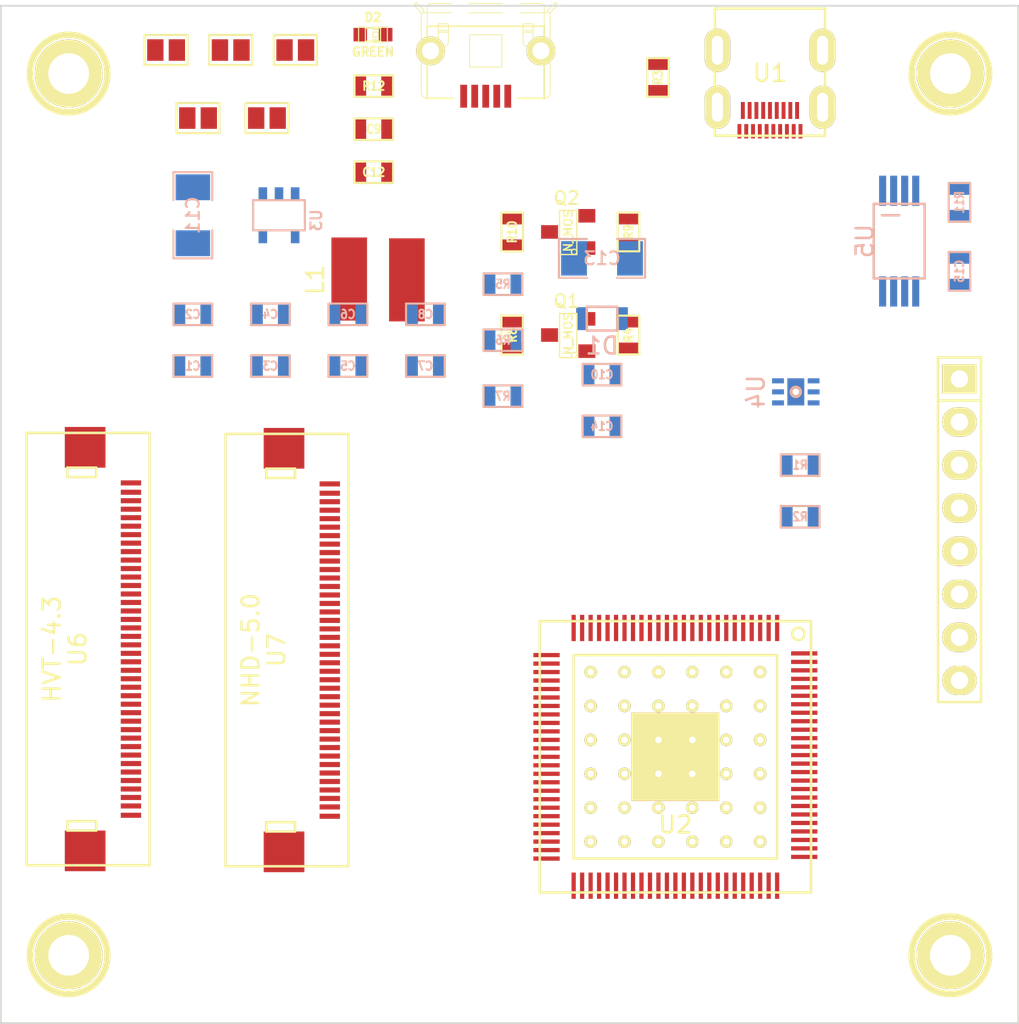
<source format=kicad_pcb>
(kicad_pcb (version 4) (host pcbnew "(2014-09-29 BZR 5155)-product")

  (general
    (links 250)
    (no_connects 245)
    (area 53.001999 55.55234 122.470334 108.954001)
    (thickness 1.6)
    (drawings 4)
    (tracks 0)
    (zones 0)
    (modules 50)
    (nets 107)
  )

  (page A4)
  (layers
    (0 F.Cu signal)
    (31 B.Cu signal)
    (32 B.Adhes user)
    (33 F.Adhes user)
    (34 B.Paste user)
    (35 F.Paste user)
    (36 B.SilkS user)
    (37 F.SilkS user)
    (38 B.Mask user)
    (39 F.Mask user)
    (40 Dwgs.User user)
    (41 Cmts.User user)
    (42 Eco1.User user)
    (43 Eco2.User user)
    (44 Edge.Cuts user)
    (45 Margin user)
    (46 B.CrtYd user)
    (47 F.CrtYd user)
    (48 B.Fab user)
    (49 F.Fab user)
  )

  (setup
    (last_trace_width 0.1524)
    (trace_clearance 0.1524)
    (zone_clearance 0.1524)
    (zone_45_only no)
    (trace_min 0.1524)
    (segment_width 0.2)
    (edge_width 0.1)
    (via_size 0.7366)
    (via_drill 0.381)
    (via_min_size 0.7366)
    (via_min_drill 0.381)
    (uvia_size 0.508)
    (uvia_drill 0.127)
    (uvias_allowed no)
    (uvia_min_size 0.508)
    (uvia_min_drill 0.127)
    (pcb_text_width 0.3)
    (pcb_text_size 1.5 1.5)
    (mod_edge_width 0.15)
    (mod_text_size 1 1)
    (mod_text_width 0.15)
    (pad_size 4 4)
    (pad_drill 2.4)
    (pad_to_mask_clearance 0)
    (aux_axis_origin 0 0)
    (visible_elements FFFFF77F)
    (pcbplotparams
      (layerselection 0x00030_80000001)
      (usegerberextensions false)
      (excludeedgelayer true)
      (linewidth 0.100000)
      (plotframeref false)
      (viasonmask false)
      (mode 1)
      (useauxorigin false)
      (hpglpennumber 1)
      (hpglpenspeed 20)
      (hpglpendiameter 15)
      (hpglpenoverlay 2)
      (psnegative false)
      (psa4output false)
      (plotreference true)
      (plotvalue true)
      (plotinvisibletext false)
      (padsonsilk false)
      (subtractmaskfromsilk false)
      (outputformat 1)
      (mirror false)
      (drillshape 1)
      (scaleselection 1)
      (outputdirectory ""))
  )

  (net 0 "")
  (net 1 "Net-(U1-Pad2)")
  (net 2 "Net-(U1-Pad15)")
  (net 3 "Net-(U1-Pad16)")
  (net 4 GND)
  (net 5 3.3V)
  (net 6 VBUS)
  (net 7 "Net-(C10-Pad1)")
  (net 8 LED+)
  (net 9 "Net-(C15-Pad2)")
  (net 10 "Net-(JP1-Pad1)")
  (net 11 LED-)
  (net 12 "Net-(JP2-Pad1)")
  (net 13 "Net-(JP3-Pad1)")
  (net 14 ST)
  (net 15 SCL_BB)
  (net 16 SDA_BB)
  (net 17 RST)
  (net 18 PD)
  (net 19 CTRL)
  (net 20 DISP)
  (net 21 A_ON)
  (net 22 V_ON)
  (net 23 "Net-(R1-Pad1)")
  (net 24 "Net-(R2-Pad1)")
  (net 25 HDMI_5V)
  (net 26 "Net-(R3-Pad2)")
  (net 27 AVDD)
  (net 28 VDD)
  (net 29 "Net-(R11-Pad1)")
  (net 30 RX2+)
  (net 31 RX2-)
  (net 32 RX1+)
  (net 33 RX1-)
  (net 34 RX0+)
  (net 35 RX0-)
  (net 36 RXC+)
  (net 37 RXC-)
  (net 38 "Net-(U3-Pad4)")
  (net 39 "Net-(USB1-Pad2)")
  (net 40 "Net-(USB1-Pad3)")
  (net 41 "Net-(D1-Pad1)")
  (net 42 "Net-(U2-Pad7)")
  (net 43 "Net-(U2-Pad8)")
  (net 44 BLUE0)
  (net 45 BLUE1)
  (net 46 BLUE2)
  (net 47 BLUE3)
  (net 48 BLUE4)
  (net 49 BLUE5)
  (net 50 BLUE6)
  (net 51 BLUE7)
  (net 52 GREEN0)
  (net 53 GREEN1)
  (net 54 GREEN2)
  (net 55 GREEN3)
  (net 56 GREEN4)
  (net 57 GREEN5)
  (net 58 "Net-(U2-Pad51)")
  (net 59 "Net-(U2-Pad52)")
  (net 60 "Net-(U2-Pad53)")
  (net 61 "Net-(U2-Pad54)")
  (net 62 "Net-(U2-Pad55)")
  (net 63 "Net-(U2-Pad56)")
  (net 64 "Net-(U2-Pad59)")
  (net 65 "Net-(U2-Pad60)")
  (net 66 "Net-(U2-Pad61)")
  (net 67 "Net-(U2-Pad62)")
  (net 68 "Net-(U2-Pad63)")
  (net 69 "Net-(U2-Pad64)")
  (net 70 "Net-(U2-Pad65)")
  (net 71 "Net-(U2-Pad66)")
  (net 72 "Net-(U2-Pad69)")
  (net 73 "Net-(U2-Pad70)")
  (net 74 "Net-(U2-Pad71)")
  (net 75 "Net-(U2-Pad72)")
  (net 76 "Net-(U2-Pad73)")
  (net 77 "Net-(U2-Pad74)")
  (net 78 "Net-(U2-Pad75)")
  (net 79 GREEN6)
  (net 80 GREEN7)
  (net 81 RED0)
  (net 82 RED1)
  (net 83 RED2)
  (net 84 RED3)
  (net 85 RED4)
  (net 86 RED5)
  (net 87 RED6)
  (net 88 RED7)
  (net 89 "Net-(U2-Pad40)")
  (net 90 "Net-(U2-Pad41)")
  (net 91 "Net-(U2-Pad42)")
  (net 92 CK)
  (net 93 DE)
  (net 94 VSYNC)
  (net 95 HSYNC)
  (net 96 "Net-(U2-Pad49)")
  (net 97 "Net-(U2-Pad50)")
  (net 98 "Net-(U2-Pad77)")
  (net 99 "Net-(U2-Pad96)")
  (net 100 "Net-(U5-Pad7)")
  (net 101 "Net-(U7-Pad35)")
  (net 102 "Net-(U7-Pad37)")
  (net 103 "Net-(U7-Pad38)")
  (net 104 "Net-(U7-Pad39)")
  (net 105 "Net-(U7-Pad40)")
  (net 106 "Net-(D2-Pad1)")

  (net_class Default "This is the default net class."
    (clearance 0.1524)
    (trace_width 0.1524)
    (via_dia 0.7366)
    (via_drill 0.381)
    (uvia_dia 0.508)
    (uvia_drill 0.127)
    (add_net 3.3V)
    (add_net AVDD)
    (add_net A_ON)
    (add_net BLUE0)
    (add_net BLUE1)
    (add_net BLUE2)
    (add_net BLUE3)
    (add_net BLUE4)
    (add_net BLUE5)
    (add_net BLUE6)
    (add_net BLUE7)
    (add_net CK)
    (add_net CTRL)
    (add_net DE)
    (add_net DISP)
    (add_net GND)
    (add_net GREEN0)
    (add_net GREEN1)
    (add_net GREEN2)
    (add_net GREEN3)
    (add_net GREEN4)
    (add_net GREEN5)
    (add_net GREEN6)
    (add_net GREEN7)
    (add_net HDMI_5V)
    (add_net HSYNC)
    (add_net LED+)
    (add_net LED-)
    (add_net "Net-(C10-Pad1)")
    (add_net "Net-(C15-Pad2)")
    (add_net "Net-(D1-Pad1)")
    (add_net "Net-(D2-Pad1)")
    (add_net "Net-(JP1-Pad1)")
    (add_net "Net-(JP2-Pad1)")
    (add_net "Net-(JP3-Pad1)")
    (add_net "Net-(R1-Pad1)")
    (add_net "Net-(R11-Pad1)")
    (add_net "Net-(R2-Pad1)")
    (add_net "Net-(R3-Pad2)")
    (add_net "Net-(U1-Pad15)")
    (add_net "Net-(U1-Pad16)")
    (add_net "Net-(U1-Pad2)")
    (add_net "Net-(U2-Pad40)")
    (add_net "Net-(U2-Pad41)")
    (add_net "Net-(U2-Pad42)")
    (add_net "Net-(U2-Pad49)")
    (add_net "Net-(U2-Pad50)")
    (add_net "Net-(U2-Pad51)")
    (add_net "Net-(U2-Pad52)")
    (add_net "Net-(U2-Pad53)")
    (add_net "Net-(U2-Pad54)")
    (add_net "Net-(U2-Pad55)")
    (add_net "Net-(U2-Pad56)")
    (add_net "Net-(U2-Pad59)")
    (add_net "Net-(U2-Pad60)")
    (add_net "Net-(U2-Pad61)")
    (add_net "Net-(U2-Pad62)")
    (add_net "Net-(U2-Pad63)")
    (add_net "Net-(U2-Pad64)")
    (add_net "Net-(U2-Pad65)")
    (add_net "Net-(U2-Pad66)")
    (add_net "Net-(U2-Pad69)")
    (add_net "Net-(U2-Pad7)")
    (add_net "Net-(U2-Pad70)")
    (add_net "Net-(U2-Pad71)")
    (add_net "Net-(U2-Pad72)")
    (add_net "Net-(U2-Pad73)")
    (add_net "Net-(U2-Pad74)")
    (add_net "Net-(U2-Pad75)")
    (add_net "Net-(U2-Pad77)")
    (add_net "Net-(U2-Pad8)")
    (add_net "Net-(U2-Pad96)")
    (add_net "Net-(U3-Pad4)")
    (add_net "Net-(U5-Pad7)")
    (add_net "Net-(U7-Pad35)")
    (add_net "Net-(U7-Pad37)")
    (add_net "Net-(U7-Pad38)")
    (add_net "Net-(U7-Pad39)")
    (add_net "Net-(U7-Pad40)")
    (add_net "Net-(USB1-Pad2)")
    (add_net "Net-(USB1-Pad3)")
    (add_net PD)
    (add_net RED0)
    (add_net RED1)
    (add_net RED2)
    (add_net RED3)
    (add_net RED4)
    (add_net RED5)
    (add_net RED6)
    (add_net RED7)
    (add_net RST)
    (add_net RX0+)
    (add_net RX0-)
    (add_net RX1+)
    (add_net RX1-)
    (add_net RX2+)
    (add_net RX2-)
    (add_net RXC+)
    (add_net RXC-)
    (add_net SCL_BB)
    (add_net SDA_BB)
    (add_net ST)
    (add_net VBUS)
    (add_net VDD)
    (add_net VSYNC)
    (add_net V_ON)
  )

  (module SMD_Packages:SMD-0603 (layer B.Cu) (tedit 5433A402) (tstamp 5433A49E)
    (at 179.324 79.248)
    (path /5427BD4C)
    (attr smd)
    (fp_text reference C1 (at 0 0) (layer B.SilkS)
      (effects (font (size 0.508 0.4572) (thickness 0.1143)) (justify mirror))
    )
    (fp_text value 22uF (at 0 0) (layer B.SilkS) hide
      (effects (font (size 0.508 0.4572) (thickness 0.1143)) (justify mirror))
    )
    (fp_line (start -1.143 0.635) (end 1.143 0.635) (layer B.SilkS) (width 0.127))
    (fp_line (start 1.143 0.635) (end 1.143 -0.635) (layer B.SilkS) (width 0.127))
    (fp_line (start 1.143 -0.635) (end -1.143 -0.635) (layer B.SilkS) (width 0.127))
    (fp_line (start -1.143 -0.635) (end -1.143 0.635) (layer B.SilkS) (width 0.127))
    (pad 1 smd rect (at -0.762 0) (size 0.635 1.143) (layers B.Cu B.Paste B.Mask)
      (net 4 GND))
    (pad 2 smd rect (at 0.762 0) (size 0.635 1.143) (layers B.Cu B.Paste B.Mask)
      (net 5 3.3V))
    (model smd\resistors\R0603.wrl
      (at (xyz 0 0 0.001))
      (scale (xyz 0.5 0.5 0.5))
      (rotate (xyz 0 0 0))
    )
  )

  (module SMD_Packages:SMD-0603 (layer B.Cu) (tedit 5433A402) (tstamp 5433A4A4)
    (at 179.324 76.2)
    (path /5427BC77)
    (attr smd)
    (fp_text reference C2 (at 0 0) (layer B.SilkS)
      (effects (font (size 0.508 0.4572) (thickness 0.1143)) (justify mirror))
    )
    (fp_text value 22uF (at 0 0) (layer B.SilkS) hide
      (effects (font (size 0.508 0.4572) (thickness 0.1143)) (justify mirror))
    )
    (fp_line (start -1.143 0.635) (end 1.143 0.635) (layer B.SilkS) (width 0.127))
    (fp_line (start 1.143 0.635) (end 1.143 -0.635) (layer B.SilkS) (width 0.127))
    (fp_line (start 1.143 -0.635) (end -1.143 -0.635) (layer B.SilkS) (width 0.127))
    (fp_line (start -1.143 -0.635) (end -1.143 0.635) (layer B.SilkS) (width 0.127))
    (pad 1 smd rect (at -0.762 0) (size 0.635 1.143) (layers B.Cu B.Paste B.Mask)
      (net 4 GND))
    (pad 2 smd rect (at 0.762 0) (size 0.635 1.143) (layers B.Cu B.Paste B.Mask)
      (net 5 3.3V))
    (model smd\resistors\R0603.wrl
      (at (xyz 0 0 0.001))
      (scale (xyz 0.5 0.5 0.5))
      (rotate (xyz 0 0 0))
    )
  )

  (module SMD_Packages:SMD-0603 (layer B.Cu) (tedit 5433A402) (tstamp 5433A4AA)
    (at 183.896 79.248)
    (path /5427BF2C)
    (attr smd)
    (fp_text reference C3 (at 0 0) (layer B.SilkS)
      (effects (font (size 0.508 0.4572) (thickness 0.1143)) (justify mirror))
    )
    (fp_text value 22uF (at 0 0) (layer B.SilkS) hide
      (effects (font (size 0.508 0.4572) (thickness 0.1143)) (justify mirror))
    )
    (fp_line (start -1.143 0.635) (end 1.143 0.635) (layer B.SilkS) (width 0.127))
    (fp_line (start 1.143 0.635) (end 1.143 -0.635) (layer B.SilkS) (width 0.127))
    (fp_line (start 1.143 -0.635) (end -1.143 -0.635) (layer B.SilkS) (width 0.127))
    (fp_line (start -1.143 -0.635) (end -1.143 0.635) (layer B.SilkS) (width 0.127))
    (pad 1 smd rect (at -0.762 0) (size 0.635 1.143) (layers B.Cu B.Paste B.Mask)
      (net 4 GND))
    (pad 2 smd rect (at 0.762 0) (size 0.635 1.143) (layers B.Cu B.Paste B.Mask)
      (net 5 3.3V))
    (model smd\resistors\R0603.wrl
      (at (xyz 0 0 0.001))
      (scale (xyz 0.5 0.5 0.5))
      (rotate (xyz 0 0 0))
    )
  )

  (module SMD_Packages:SMD-0603 (layer B.Cu) (tedit 5433A402) (tstamp 5434E89A)
    (at 183.896 76.2)
    (path /5427C00B)
    (attr smd)
    (fp_text reference C4 (at 0 0) (layer B.SilkS)
      (effects (font (size 0.508 0.4572) (thickness 0.1143)) (justify mirror))
    )
    (fp_text value 22uF (at 0 0) (layer B.SilkS) hide
      (effects (font (size 0.508 0.4572) (thickness 0.1143)) (justify mirror))
    )
    (fp_line (start -1.143 0.635) (end 1.143 0.635) (layer B.SilkS) (width 0.127))
    (fp_line (start 1.143 0.635) (end 1.143 -0.635) (layer B.SilkS) (width 0.127))
    (fp_line (start 1.143 -0.635) (end -1.143 -0.635) (layer B.SilkS) (width 0.127))
    (fp_line (start -1.143 -0.635) (end -1.143 0.635) (layer B.SilkS) (width 0.127))
    (pad 1 smd rect (at -0.762 0) (size 0.635 1.143) (layers B.Cu B.Paste B.Mask)
      (net 4 GND))
    (pad 2 smd rect (at 0.762 0) (size 0.635 1.143) (layers B.Cu B.Paste B.Mask)
      (net 5 3.3V))
    (model smd\resistors\R0603.wrl
      (at (xyz 0 0 0.001))
      (scale (xyz 0.5 0.5 0.5))
      (rotate (xyz 0 0 0))
    )
  )

  (module SMD_Packages:SMD-0603 (layer B.Cu) (tedit 5433A402) (tstamp 5433A4B6)
    (at 188.468 79.248)
    (path /5427BCDC)
    (attr smd)
    (fp_text reference C5 (at 0 0) (layer B.SilkS)
      (effects (font (size 0.508 0.4572) (thickness 0.1143)) (justify mirror))
    )
    (fp_text value 0.1uF (at 0 0) (layer B.SilkS) hide
      (effects (font (size 0.508 0.4572) (thickness 0.1143)) (justify mirror))
    )
    (fp_line (start -1.143 0.635) (end 1.143 0.635) (layer B.SilkS) (width 0.127))
    (fp_line (start 1.143 0.635) (end 1.143 -0.635) (layer B.SilkS) (width 0.127))
    (fp_line (start 1.143 -0.635) (end -1.143 -0.635) (layer B.SilkS) (width 0.127))
    (fp_line (start -1.143 -0.635) (end -1.143 0.635) (layer B.SilkS) (width 0.127))
    (pad 1 smd rect (at -0.762 0) (size 0.635 1.143) (layers B.Cu B.Paste B.Mask)
      (net 4 GND))
    (pad 2 smd rect (at 0.762 0) (size 0.635 1.143) (layers B.Cu B.Paste B.Mask)
      (net 5 3.3V))
    (model smd\resistors\R0603.wrl
      (at (xyz 0 0 0.001))
      (scale (xyz 0.5 0.5 0.5))
      (rotate (xyz 0 0 0))
    )
  )

  (module SMD_Packages:SMD-0603 (layer B.Cu) (tedit 5433A402) (tstamp 5433A4BC)
    (at 188.468 76.2)
    (path /5427BAB0)
    (attr smd)
    (fp_text reference C6 (at 0 0) (layer B.SilkS)
      (effects (font (size 0.508 0.4572) (thickness 0.1143)) (justify mirror))
    )
    (fp_text value 0.1uF (at 0 0) (layer B.SilkS) hide
      (effects (font (size 0.508 0.4572) (thickness 0.1143)) (justify mirror))
    )
    (fp_line (start -1.143 0.635) (end 1.143 0.635) (layer B.SilkS) (width 0.127))
    (fp_line (start 1.143 0.635) (end 1.143 -0.635) (layer B.SilkS) (width 0.127))
    (fp_line (start 1.143 -0.635) (end -1.143 -0.635) (layer B.SilkS) (width 0.127))
    (fp_line (start -1.143 -0.635) (end -1.143 0.635) (layer B.SilkS) (width 0.127))
    (pad 1 smd rect (at -0.762 0) (size 0.635 1.143) (layers B.Cu B.Paste B.Mask)
      (net 4 GND))
    (pad 2 smd rect (at 0.762 0) (size 0.635 1.143) (layers B.Cu B.Paste B.Mask)
      (net 5 3.3V))
    (model smd\resistors\R0603.wrl
      (at (xyz 0 0 0.001))
      (scale (xyz 0.5 0.5 0.5))
      (rotate (xyz 0 0 0))
    )
  )

  (module SMD_Packages:SMD-0603 (layer B.Cu) (tedit 5433A402) (tstamp 5433A4C2)
    (at 193.04 79.248 180)
    (path /5427BEA0)
    (attr smd)
    (fp_text reference C7 (at 0 0 180) (layer B.SilkS)
      (effects (font (size 0.508 0.4572) (thickness 0.1143)) (justify mirror))
    )
    (fp_text value 0.1uF (at 0 0 180) (layer B.SilkS) hide
      (effects (font (size 0.508 0.4572) (thickness 0.1143)) (justify mirror))
    )
    (fp_line (start -1.143 0.635) (end 1.143 0.635) (layer B.SilkS) (width 0.127))
    (fp_line (start 1.143 0.635) (end 1.143 -0.635) (layer B.SilkS) (width 0.127))
    (fp_line (start 1.143 -0.635) (end -1.143 -0.635) (layer B.SilkS) (width 0.127))
    (fp_line (start -1.143 -0.635) (end -1.143 0.635) (layer B.SilkS) (width 0.127))
    (pad 1 smd rect (at -0.762 0 180) (size 0.635 1.143) (layers B.Cu B.Paste B.Mask)
      (net 4 GND))
    (pad 2 smd rect (at 0.762 0 180) (size 0.635 1.143) (layers B.Cu B.Paste B.Mask)
      (net 5 3.3V))
    (model smd\resistors\R0603.wrl
      (at (xyz 0 0 0.001))
      (scale (xyz 0.5 0.5 0.5))
      (rotate (xyz 0 0 0))
    )
  )

  (module SMD_Packages:SMD-0603 (layer B.Cu) (tedit 5433A402) (tstamp 5433A4C8)
    (at 193.04 76.2)
    (path /5427BF99)
    (attr smd)
    (fp_text reference C8 (at 0 0) (layer B.SilkS)
      (effects (font (size 0.508 0.4572) (thickness 0.1143)) (justify mirror))
    )
    (fp_text value 0.1uF (at 0 0) (layer B.SilkS) hide
      (effects (font (size 0.508 0.4572) (thickness 0.1143)) (justify mirror))
    )
    (fp_line (start -1.143 0.635) (end 1.143 0.635) (layer B.SilkS) (width 0.127))
    (fp_line (start 1.143 0.635) (end 1.143 -0.635) (layer B.SilkS) (width 0.127))
    (fp_line (start 1.143 -0.635) (end -1.143 -0.635) (layer B.SilkS) (width 0.127))
    (fp_line (start -1.143 -0.635) (end -1.143 0.635) (layer B.SilkS) (width 0.127))
    (pad 1 smd rect (at -0.762 0) (size 0.635 1.143) (layers B.Cu B.Paste B.Mask)
      (net 4 GND))
    (pad 2 smd rect (at 0.762 0) (size 0.635 1.143) (layers B.Cu B.Paste B.Mask)
      (net 5 3.3V))
    (model smd\resistors\R0603.wrl
      (at (xyz 0 0 0.001))
      (scale (xyz 0.5 0.5 0.5))
      (rotate (xyz 0 0 0))
    )
  )

  (module SMD_Packages:SMD-0603 (layer F.Cu) (tedit 5433A402) (tstamp 54360395)
    (at 189.992 65.278 180)
    (path /54283372)
    (attr smd)
    (fp_text reference C9 (at 0 0 180) (layer F.SilkS)
      (effects (font (size 0.508 0.4572) (thickness 0.1143)))
    )
    (fp_text value 1uF (at 0 0 180) (layer F.SilkS) hide
      (effects (font (size 0.508 0.4572) (thickness 0.1143)))
    )
    (fp_line (start -1.143 -0.635) (end 1.143 -0.635) (layer F.SilkS) (width 0.127))
    (fp_line (start 1.143 -0.635) (end 1.143 0.635) (layer F.SilkS) (width 0.127))
    (fp_line (start 1.143 0.635) (end -1.143 0.635) (layer F.SilkS) (width 0.127))
    (fp_line (start -1.143 0.635) (end -1.143 -0.635) (layer F.SilkS) (width 0.127))
    (pad 1 smd rect (at -0.762 0 180) (size 0.635 1.143) (layers F.Cu F.Paste F.Mask)
      (net 6 VBUS))
    (pad 2 smd rect (at 0.762 0 180) (size 0.635 1.143) (layers F.Cu F.Paste F.Mask)
      (net 4 GND))
    (model smd\resistors\R0603.wrl
      (at (xyz 0 0 0.001))
      (scale (xyz 0.5 0.5 0.5))
      (rotate (xyz 0 0 0))
    )
  )

  (module SMD_Packages:SMD-0603 (layer B.Cu) (tedit 5433A402) (tstamp 5433A4D4)
    (at 203.454 79.756 180)
    (path /542FB436)
    (attr smd)
    (fp_text reference C10 (at 0 0 180) (layer B.SilkS)
      (effects (font (size 0.508 0.4572) (thickness 0.1143)) (justify mirror))
    )
    (fp_text value 0.22uF (at 0 0 180) (layer B.SilkS) hide
      (effects (font (size 0.508 0.4572) (thickness 0.1143)) (justify mirror))
    )
    (fp_line (start -1.143 0.635) (end 1.143 0.635) (layer B.SilkS) (width 0.127))
    (fp_line (start 1.143 0.635) (end 1.143 -0.635) (layer B.SilkS) (width 0.127))
    (fp_line (start 1.143 -0.635) (end -1.143 -0.635) (layer B.SilkS) (width 0.127))
    (fp_line (start -1.143 -0.635) (end -1.143 0.635) (layer B.SilkS) (width 0.127))
    (pad 1 smd rect (at -0.762 0 180) (size 0.635 1.143) (layers B.Cu B.Paste B.Mask)
      (net 7 "Net-(C10-Pad1)"))
    (pad 2 smd rect (at 0.762 0 180) (size 0.635 1.143) (layers B.Cu B.Paste B.Mask)
      (net 4 GND))
    (model smd\resistors\R0603.wrl
      (at (xyz 0 0 0.001))
      (scale (xyz 0.5 0.5 0.5))
      (rotate (xyz 0 0 0))
    )
  )

  (module SMD_Packages:SMD-1206 (layer B.Cu) (tedit 5433A402) (tstamp 5433A4DA)
    (at 179.324 70.358 90)
    (path /54283306)
    (attr smd)
    (fp_text reference C11 (at 0 0 90) (layer B.SilkS)
      (effects (font (size 0.762 0.762) (thickness 0.127)) (justify mirror))
    )
    (fp_text value 10uF (at 0 0 90) (layer B.SilkS) hide
      (effects (font (size 0.762 0.762) (thickness 0.127)) (justify mirror))
    )
    (fp_line (start -2.54 1.143) (end -2.54 -1.143) (layer B.SilkS) (width 0.127))
    (fp_line (start -2.54 -1.143) (end -0.889 -1.143) (layer B.SilkS) (width 0.127))
    (fp_line (start 0.889 1.143) (end 2.54 1.143) (layer B.SilkS) (width 0.127))
    (fp_line (start 2.54 1.143) (end 2.54 -1.143) (layer B.SilkS) (width 0.127))
    (fp_line (start 2.54 -1.143) (end 0.889 -1.143) (layer B.SilkS) (width 0.127))
    (fp_line (start -0.889 1.143) (end -2.54 1.143) (layer B.SilkS) (width 0.127))
    (pad 1 smd rect (at -1.651 0 90) (size 1.524 2.032) (layers B.Cu B.Paste B.Mask)
      (net 5 3.3V))
    (pad 2 smd rect (at 1.651 0 90) (size 1.524 2.032) (layers B.Cu B.Paste B.Mask)
      (net 4 GND))
    (model smd/chip_cms.wrl
      (at (xyz 0 0 0))
      (scale (xyz 0.17 0.16 0.16))
      (rotate (xyz 0 0 0))
    )
  )

  (module SMD_Packages:SMD-0603 (layer F.Cu) (tedit 5433A402) (tstamp 5433A4E0)
    (at 189.992 67.818)
    (path /5428333E)
    (attr smd)
    (fp_text reference C12 (at 0 0) (layer F.SilkS)
      (effects (font (size 0.508 0.4572) (thickness 0.1143)))
    )
    (fp_text value 0.1uF (at 0 0) (layer F.SilkS) hide
      (effects (font (size 0.508 0.4572) (thickness 0.1143)))
    )
    (fp_line (start -1.143 -0.635) (end 1.143 -0.635) (layer F.SilkS) (width 0.127))
    (fp_line (start 1.143 -0.635) (end 1.143 0.635) (layer F.SilkS) (width 0.127))
    (fp_line (start 1.143 0.635) (end -1.143 0.635) (layer F.SilkS) (width 0.127))
    (fp_line (start -1.143 0.635) (end -1.143 -0.635) (layer F.SilkS) (width 0.127))
    (pad 1 smd rect (at -0.762 0) (size 0.635 1.143) (layers F.Cu F.Paste F.Mask)
      (net 5 3.3V))
    (pad 2 smd rect (at 0.762 0) (size 0.635 1.143) (layers F.Cu F.Paste F.Mask)
      (net 4 GND))
    (model smd\resistors\R0603.wrl
      (at (xyz 0 0 0.001))
      (scale (xyz 0.5 0.5 0.5))
      (rotate (xyz 0 0 0))
    )
  )

  (module SMD_Packages:SMD-1206 (layer B.Cu) (tedit 5433A402) (tstamp 5433A4E6)
    (at 203.454 72.898 180)
    (path /542FC66C)
    (attr smd)
    (fp_text reference C13 (at 0 0 180) (layer B.SilkS)
      (effects (font (size 0.762 0.762) (thickness 0.127)) (justify mirror))
    )
    (fp_text value 10uF (at 0 0 180) (layer B.SilkS) hide
      (effects (font (size 0.762 0.762) (thickness 0.127)) (justify mirror))
    )
    (fp_line (start -2.54 1.143) (end -2.54 -1.143) (layer B.SilkS) (width 0.127))
    (fp_line (start -2.54 -1.143) (end -0.889 -1.143) (layer B.SilkS) (width 0.127))
    (fp_line (start 0.889 1.143) (end 2.54 1.143) (layer B.SilkS) (width 0.127))
    (fp_line (start 2.54 1.143) (end 2.54 -1.143) (layer B.SilkS) (width 0.127))
    (fp_line (start 2.54 -1.143) (end 0.889 -1.143) (layer B.SilkS) (width 0.127))
    (fp_line (start -0.889 1.143) (end -2.54 1.143) (layer B.SilkS) (width 0.127))
    (pad 1 smd rect (at -1.651 0 180) (size 1.524 2.032) (layers B.Cu B.Paste B.Mask)
      (net 8 LED+))
    (pad 2 smd rect (at 1.651 0 180) (size 1.524 2.032) (layers B.Cu B.Paste B.Mask)
      (net 4 GND))
    (model smd/chip_cms.wrl
      (at (xyz 0 0 0))
      (scale (xyz 0.17 0.16 0.16))
      (rotate (xyz 0 0 0))
    )
  )

  (module SMD_Packages:SMD-0603 (layer B.Cu) (tedit 5433A402) (tstamp 5433A4EC)
    (at 203.454 82.804 180)
    (path /542FC62F)
    (attr smd)
    (fp_text reference C14 (at 0 0 180) (layer B.SilkS)
      (effects (font (size 0.508 0.4572) (thickness 0.1143)) (justify mirror))
    )
    (fp_text value 4.7uF (at 0 0 180) (layer B.SilkS) hide
      (effects (font (size 0.508 0.4572) (thickness 0.1143)) (justify mirror))
    )
    (fp_line (start -1.143 0.635) (end 1.143 0.635) (layer B.SilkS) (width 0.127))
    (fp_line (start 1.143 0.635) (end 1.143 -0.635) (layer B.SilkS) (width 0.127))
    (fp_line (start 1.143 -0.635) (end -1.143 -0.635) (layer B.SilkS) (width 0.127))
    (fp_line (start -1.143 -0.635) (end -1.143 0.635) (layer B.SilkS) (width 0.127))
    (pad 1 smd rect (at -0.762 0 180) (size 0.635 1.143) (layers B.Cu B.Paste B.Mask)
      (net 6 VBUS))
    (pad 2 smd rect (at 0.762 0 180) (size 0.635 1.143) (layers B.Cu B.Paste B.Mask)
      (net 4 GND))
    (model smd\resistors\R0603.wrl
      (at (xyz 0 0 0.001))
      (scale (xyz 0.5 0.5 0.5))
      (rotate (xyz 0 0 0))
    )
  )

  (module SMD_Packages:SMD-0603 (layer B.Cu) (tedit 5433A402) (tstamp 5433A4F2)
    (at 224.536 73.66 270)
    (path /542817BF)
    (attr smd)
    (fp_text reference C15 (at 0 0 270) (layer B.SilkS)
      (effects (font (size 0.508 0.4572) (thickness 0.1143)) (justify mirror))
    )
    (fp_text value 0.1uF (at 0 0 270) (layer B.SilkS) hide
      (effects (font (size 0.508 0.4572) (thickness 0.1143)) (justify mirror))
    )
    (fp_line (start -1.143 0.635) (end 1.143 0.635) (layer B.SilkS) (width 0.127))
    (fp_line (start 1.143 0.635) (end 1.143 -0.635) (layer B.SilkS) (width 0.127))
    (fp_line (start 1.143 -0.635) (end -1.143 -0.635) (layer B.SilkS) (width 0.127))
    (fp_line (start -1.143 -0.635) (end -1.143 0.635) (layer B.SilkS) (width 0.127))
    (pad 1 smd rect (at -0.762 0 270) (size 0.635 1.143) (layers B.Cu B.Paste B.Mask)
      (net 5 3.3V))
    (pad 2 smd rect (at 0.762 0 270) (size 0.635 1.143) (layers B.Cu B.Paste B.Mask)
      (net 9 "Net-(C15-Pad2)"))
    (model smd\resistors\R0603.wrl
      (at (xyz 0 0 0.001))
      (scale (xyz 0.5 0.5 0.5))
      (rotate (xyz 0 0 0))
    )
  )

  (module Connect:GS2 (layer F.Cu) (tedit 5434DD4D) (tstamp 5433A4F8)
    (at 177.746 60.614 90)
    (descr "Pontet Goute de soudure")
    (path /54301D9E)
    (attr virtual)
    (fp_text reference JP1 (at 1.778 0 180) (layer F.SilkS) hide
      (effects (font (size 1.016 0.762) (thickness 0.127)))
    )
    (fp_text value NHD (at 1.524 0 180) (layer F.SilkS) hide
      (effects (font (size 0.762 0.762) (thickness 0.127)))
    )
    (fp_line (start -0.889 -1.27) (end -0.889 1.27) (layer F.SilkS) (width 0.127))
    (fp_line (start 0.889 1.27) (end 0.889 -1.27) (layer F.SilkS) (width 0.127))
    (fp_line (start 0.889 1.27) (end -0.889 1.27) (layer F.SilkS) (width 0.127))
    (fp_line (start -0.889 -1.27) (end 0.889 -1.27) (layer F.SilkS) (width 0.127))
    (pad 1 smd rect (at 0 -0.635 90) (size 1.27 0.9652) (layers F.Cu F.Paste F.Mask)
      (net 10 "Net-(JP1-Pad1)"))
    (pad 2 smd rect (at 0 0.635 90) (size 1.27 0.9652) (layers F.Cu F.Paste F.Mask)
      (net 11 LED-))
  )

  (module Connect:GS2 (layer F.Cu) (tedit 5434DD50) (tstamp 5433A4FE)
    (at 181.556 60.614 270)
    (descr "Pontet Goute de soudure")
    (path /54301E00)
    (attr virtual)
    (fp_text reference JP2 (at 1.778 0 360) (layer F.SilkS) hide
      (effects (font (size 1.016 0.762) (thickness 0.127)))
    )
    (fp_text value BD (at 1.524 0 360) (layer F.SilkS) hide
      (effects (font (size 0.762 0.762) (thickness 0.127)))
    )
    (fp_line (start -0.889 -1.27) (end -0.889 1.27) (layer F.SilkS) (width 0.127))
    (fp_line (start 0.889 1.27) (end 0.889 -1.27) (layer F.SilkS) (width 0.127))
    (fp_line (start 0.889 1.27) (end -0.889 1.27) (layer F.SilkS) (width 0.127))
    (fp_line (start -0.889 -1.27) (end 0.889 -1.27) (layer F.SilkS) (width 0.127))
    (pad 1 smd rect (at 0 -0.635 270) (size 1.27 0.9652) (layers F.Cu F.Paste F.Mask)
      (net 12 "Net-(JP2-Pad1)"))
    (pad 2 smd rect (at 0 0.635 270) (size 1.27 0.9652) (layers F.Cu F.Paste F.Mask)
      (net 11 LED-))
  )

  (module Connect:GS2 (layer F.Cu) (tedit 5434DD52) (tstamp 5433A504)
    (at 185.366 60.614 90)
    (descr "Pontet Goute de soudure")
    (path /54301E94)
    (attr virtual)
    (fp_text reference JP3 (at 1.778 0 180) (layer F.SilkS) hide
      (effects (font (size 1.016 0.762) (thickness 0.127)))
    )
    (fp_text value HVT (at 1.524 0 180) (layer F.SilkS) hide
      (effects (font (size 0.762 0.762) (thickness 0.127)))
    )
    (fp_line (start -0.889 -1.27) (end -0.889 1.27) (layer F.SilkS) (width 0.127))
    (fp_line (start 0.889 1.27) (end 0.889 -1.27) (layer F.SilkS) (width 0.127))
    (fp_line (start 0.889 1.27) (end -0.889 1.27) (layer F.SilkS) (width 0.127))
    (fp_line (start -0.889 -1.27) (end 0.889 -1.27) (layer F.SilkS) (width 0.127))
    (pad 1 smd rect (at 0 -0.635 90) (size 1.27 0.9652) (layers F.Cu F.Paste F.Mask)
      (net 13 "Net-(JP3-Pad1)"))
    (pad 2 smd rect (at 0 0.635 90) (size 1.27 0.9652) (layers F.Cu F.Paste F.Mask)
      (net 11 LED-))
  )

  (module Connect:GS2 (layer F.Cu) (tedit 5434DD55) (tstamp 5436C103)
    (at 179.63 64.624 270)
    (descr "Pontet Goute de soudure")
    (path /54327E27)
    (attr virtual)
    (fp_text reference JP4 (at 1.778 0 360) (layer F.SilkS) hide
      (effects (font (size 1.016 0.762) (thickness 0.127)))
    )
    (fp_text value ST+ (at 1.524 0 360) (layer F.SilkS) hide
      (effects (font (size 0.762 0.762) (thickness 0.127)))
    )
    (fp_line (start -0.889 -1.27) (end -0.889 1.27) (layer F.SilkS) (width 0.127))
    (fp_line (start 0.889 1.27) (end 0.889 -1.27) (layer F.SilkS) (width 0.127))
    (fp_line (start 0.889 1.27) (end -0.889 1.27) (layer F.SilkS) (width 0.127))
    (fp_line (start -0.889 -1.27) (end 0.889 -1.27) (layer F.SilkS) (width 0.127))
    (pad 1 smd rect (at 0 -0.635 270) (size 1.27 0.9652) (layers F.Cu F.Paste F.Mask)
      (net 14 ST))
    (pad 2 smd rect (at 0 0.635 270) (size 1.27 0.9652) (layers F.Cu F.Paste F.Mask)
      (net 5 3.3V))
  )

  (module Connect:GS2 (layer F.Cu) (tedit 5434DD57) (tstamp 5433A510)
    (at 183.694 64.624 90)
    (descr "Pontet Goute de soudure")
    (path /54327E6B)
    (attr virtual)
    (fp_text reference JP5 (at 1.778 0 180) (layer F.SilkS) hide
      (effects (font (size 1.016 0.762) (thickness 0.127)))
    )
    (fp_text value ST- (at 1.524 0 180) (layer F.SilkS) hide
      (effects (font (size 0.762 0.762) (thickness 0.127)))
    )
    (fp_line (start -0.889 -1.27) (end -0.889 1.27) (layer F.SilkS) (width 0.127))
    (fp_line (start 0.889 1.27) (end 0.889 -1.27) (layer F.SilkS) (width 0.127))
    (fp_line (start 0.889 1.27) (end -0.889 1.27) (layer F.SilkS) (width 0.127))
    (fp_line (start -0.889 -1.27) (end 0.889 -1.27) (layer F.SilkS) (width 0.127))
    (pad 1 smd rect (at 0 -0.635 90) (size 1.27 0.9652) (layers F.Cu F.Paste F.Mask)
      (net 14 ST))
    (pad 2 smd rect (at 0 0.635 90) (size 1.27 0.9652) (layers F.Cu F.Paste F.Mask)
      (net 4 GND))
  )

  (module Pin_Headers:Pin_Header_Straight_1x08 (layer F.Cu) (tedit 5434DD43) (tstamp 5436C819)
    (at 224.536 88.9 270)
    (descr "Through hole pin header")
    (tags "pin header")
    (path /5433FC94)
    (fp_text reference P1 (at 0 -2.286 270) (layer F.SilkS) hide
      (effects (font (size 1.27 1.27) (thickness 0.2032)))
    )
    (fp_text value CONN_01X08 (at 0 0 270) (layer F.SilkS) hide
      (effects (font (size 1.27 1.27) (thickness 0.2032)))
    )
    (fp_line (start -7.62 -1.27) (end 10.16 -1.27) (layer F.SilkS) (width 0.15))
    (fp_line (start 10.16 -1.27) (end 10.16 1.27) (layer F.SilkS) (width 0.15))
    (fp_line (start 10.16 1.27) (end -7.62 1.27) (layer F.SilkS) (width 0.15))
    (fp_line (start -10.16 -1.27) (end -7.62 -1.27) (layer F.SilkS) (width 0.15))
    (fp_line (start -7.62 -1.27) (end -7.62 1.27) (layer F.SilkS) (width 0.15))
    (fp_line (start -10.16 -1.27) (end -10.16 1.27) (layer F.SilkS) (width 0.15))
    (fp_line (start -10.16 1.27) (end -7.62 1.27) (layer F.SilkS) (width 0.15))
    (pad 1 thru_hole rect (at -8.89 0 270) (size 1.7272 2.032) (drill 1.016) (layers *.Cu *.Mask F.SilkS)
      (net 15 SCL_BB))
    (pad 2 thru_hole oval (at -6.35 0 270) (size 1.7272 2.032) (drill 1.016) (layers *.Cu *.Mask F.SilkS)
      (net 16 SDA_BB))
    (pad 3 thru_hole oval (at -3.81 0 270) (size 1.7272 2.032) (drill 1.016) (layers *.Cu *.Mask F.SilkS)
      (net 17 RST))
    (pad 4 thru_hole oval (at -1.27 0 270) (size 1.7272 2.032) (drill 1.016) (layers *.Cu *.Mask F.SilkS)
      (net 18 PD))
    (pad 5 thru_hole oval (at 1.27 0 270) (size 1.7272 2.032) (drill 1.016) (layers *.Cu *.Mask F.SilkS)
      (net 19 CTRL))
    (pad 6 thru_hole oval (at 3.81 0 270) (size 1.7272 2.032) (drill 1.016) (layers *.Cu *.Mask F.SilkS)
      (net 20 DISP))
    (pad 7 thru_hole oval (at 6.35 0 270) (size 1.7272 2.032) (drill 1.016) (layers *.Cu *.Mask F.SilkS)
      (net 21 A_ON))
    (pad 8 thru_hole oval (at 8.89 0 270) (size 1.7272 2.032) (drill 1.016) (layers *.Cu *.Mask F.SilkS)
      (net 22 V_ON))
    (model Pin_Headers/Pin_Header_Straight_1x08.wrl
      (at (xyz 0 0 0))
      (scale (xyz 1 1 1))
      (rotate (xyz 0 0 0))
    )
  )

  (module SMD_Packages:SOT-23 (layer F.Cu) (tedit 5433A402) (tstamp 5433A523)
    (at 201.46 77.42 90)
    (tags SOT23)
    (path /5434E902)
    (fp_text reference Q1 (at 1.99898 -0.09906 180) (layer F.SilkS)
      (effects (font (size 0.762 0.762) (thickness 0.11938)))
    )
    (fp_text value N_MOS (at 0.0635 0 90) (layer F.SilkS)
      (effects (font (size 0.50038 0.50038) (thickness 0.09906)))
    )
    (fp_circle (center -1.17602 0.35052) (end -1.30048 0.44958) (layer F.SilkS) (width 0.07874))
    (fp_line (start 1.27 -0.508) (end 1.27 0.508) (layer F.SilkS) (width 0.07874))
    (fp_line (start -1.3335 -0.508) (end -1.3335 0.508) (layer F.SilkS) (width 0.07874))
    (fp_line (start 1.27 0.508) (end -1.3335 0.508) (layer F.SilkS) (width 0.07874))
    (fp_line (start -1.3335 -0.508) (end 1.27 -0.508) (layer F.SilkS) (width 0.07874))
    (pad 3 smd rect (at 0 -1.09982 90) (size 0.8001 1.00076) (layers F.Cu F.Paste F.Mask)
      (net 27 AVDD))
    (pad 2 smd rect (at 0.9525 1.09982 90) (size 0.8001 1.00076) (layers F.Cu F.Paste F.Mask)
      (net 4 GND))
    (pad 1 smd rect (at -0.9525 1.09982 90) (size 0.8001 1.00076) (layers F.Cu F.Paste F.Mask)
      (net 21 A_ON))
    (model smd\SOT23_3.wrl
      (at (xyz 0 0 0))
      (scale (xyz 0.4 0.4 0.4))
      (rotate (xyz 0 0 180))
    )
  )

  (module SMD_Packages:SOT-23 (layer F.Cu) (tedit 5433A402) (tstamp 5433A52A)
    (at 201.46 71.34 90)
    (tags SOT23)
    (path /5434E9B3)
    (fp_text reference Q2 (at 1.99898 -0.09906 180) (layer F.SilkS)
      (effects (font (size 0.762 0.762) (thickness 0.11938)))
    )
    (fp_text value N_MOS (at 0.0635 0 90) (layer F.SilkS)
      (effects (font (size 0.50038 0.50038) (thickness 0.09906)))
    )
    (fp_circle (center -1.17602 0.35052) (end -1.30048 0.44958) (layer F.SilkS) (width 0.07874))
    (fp_line (start 1.27 -0.508) (end 1.27 0.508) (layer F.SilkS) (width 0.07874))
    (fp_line (start -1.3335 -0.508) (end -1.3335 0.508) (layer F.SilkS) (width 0.07874))
    (fp_line (start 1.27 0.508) (end -1.3335 0.508) (layer F.SilkS) (width 0.07874))
    (fp_line (start -1.3335 -0.508) (end 1.27 -0.508) (layer F.SilkS) (width 0.07874))
    (pad 3 smd rect (at 0 -1.09982 90) (size 0.8001 1.00076) (layers F.Cu F.Paste F.Mask)
      (net 28 VDD))
    (pad 2 smd rect (at 0.9525 1.09982 90) (size 0.8001 1.00076) (layers F.Cu F.Paste F.Mask)
      (net 4 GND))
    (pad 1 smd rect (at -0.9525 1.09982 90) (size 0.8001 1.00076) (layers F.Cu F.Paste F.Mask)
      (net 22 V_ON))
    (model smd\SOT23_3.wrl
      (at (xyz 0 0 0))
      (scale (xyz 0.4 0.4 0.4))
      (rotate (xyz 0 0 180))
    )
  )

  (module SMD_Packages:SMD-0603 (layer B.Cu) (tedit 5433A402) (tstamp 5434F0F2)
    (at 215.138 85.09 180)
    (path /5427AFF1)
    (attr smd)
    (fp_text reference R1 (at 0 0 180) (layer B.SilkS)
      (effects (font (size 0.508 0.4572) (thickness 0.1143)) (justify mirror))
    )
    (fp_text value 4.7k (at 0 0 180) (layer B.SilkS) hide
      (effects (font (size 0.508 0.4572) (thickness 0.1143)) (justify mirror))
    )
    (fp_line (start -1.143 0.635) (end 1.143 0.635) (layer B.SilkS) (width 0.127))
    (fp_line (start 1.143 0.635) (end 1.143 -0.635) (layer B.SilkS) (width 0.127))
    (fp_line (start 1.143 -0.635) (end -1.143 -0.635) (layer B.SilkS) (width 0.127))
    (fp_line (start -1.143 -0.635) (end -1.143 0.635) (layer B.SilkS) (width 0.127))
    (pad 1 smd rect (at -0.762 0 180) (size 0.635 1.143) (layers B.Cu B.Paste B.Mask)
      (net 23 "Net-(R1-Pad1)"))
    (pad 2 smd rect (at 0.762 0 180) (size 0.635 1.143) (layers B.Cu B.Paste B.Mask)
      (net 5 3.3V))
    (model smd\resistors\R0603.wrl
      (at (xyz 0 0 0.001))
      (scale (xyz 0.5 0.5 0.5))
      (rotate (xyz 0 0 0))
    )
  )

  (module SMD_Packages:SMD-0603 (layer B.Cu) (tedit 5433A402) (tstamp 5433A536)
    (at 215.138 88.138)
    (path /5427B021)
    (attr smd)
    (fp_text reference R2 (at 0 0) (layer B.SilkS)
      (effects (font (size 0.508 0.4572) (thickness 0.1143)) (justify mirror))
    )
    (fp_text value 4.7k (at 0 0) (layer B.SilkS) hide
      (effects (font (size 0.508 0.4572) (thickness 0.1143)) (justify mirror))
    )
    (fp_line (start -1.143 0.635) (end 1.143 0.635) (layer B.SilkS) (width 0.127))
    (fp_line (start 1.143 0.635) (end 1.143 -0.635) (layer B.SilkS) (width 0.127))
    (fp_line (start 1.143 -0.635) (end -1.143 -0.635) (layer B.SilkS) (width 0.127))
    (fp_line (start -1.143 -0.635) (end -1.143 0.635) (layer B.SilkS) (width 0.127))
    (pad 1 smd rect (at -0.762 0) (size 0.635 1.143) (layers B.Cu B.Paste B.Mask)
      (net 24 "Net-(R2-Pad1)"))
    (pad 2 smd rect (at 0.762 0) (size 0.635 1.143) (layers B.Cu B.Paste B.Mask)
      (net 5 3.3V))
    (model smd\resistors\R0603.wrl
      (at (xyz 0 0 0.001))
      (scale (xyz 0.5 0.5 0.5))
      (rotate (xyz 0 0 0))
    )
  )

  (module SMD_Packages:SMD-0603 (layer F.Cu) (tedit 5433A402) (tstamp 5433A53C)
    (at 206.756 62.23 270)
    (path /54276996)
    (attr smd)
    (fp_text reference R3 (at 0 0 270) (layer F.SilkS)
      (effects (font (size 0.508 0.4572) (thickness 0.1143)))
    )
    (fp_text value 4.7k (at 0 0 270) (layer F.SilkS) hide
      (effects (font (size 0.508 0.4572) (thickness 0.1143)))
    )
    (fp_line (start -1.143 -0.635) (end 1.143 -0.635) (layer F.SilkS) (width 0.127))
    (fp_line (start 1.143 -0.635) (end 1.143 0.635) (layer F.SilkS) (width 0.127))
    (fp_line (start 1.143 0.635) (end -1.143 0.635) (layer F.SilkS) (width 0.127))
    (fp_line (start -1.143 0.635) (end -1.143 -0.635) (layer F.SilkS) (width 0.127))
    (pad 1 smd rect (at -0.762 0 270) (size 0.635 1.143) (layers F.Cu F.Paste F.Mask)
      (net 25 HDMI_5V))
    (pad 2 smd rect (at 0.762 0 270) (size 0.635 1.143) (layers F.Cu F.Paste F.Mask)
      (net 26 "Net-(R3-Pad2)"))
    (model smd\resistors\R0603.wrl
      (at (xyz 0 0 0.001))
      (scale (xyz 0.5 0.5 0.5))
      (rotate (xyz 0 0 0))
    )
  )

  (module SMD_Packages:SMD-0603 (layer F.Cu) (tedit 5433A402) (tstamp 5433A542)
    (at 205.016 77.42 90)
    (path /54337B86)
    (attr smd)
    (fp_text reference R4 (at 0 0 90) (layer F.SilkS)
      (effects (font (size 0.508 0.4572) (thickness 0.1143)))
    )
    (fp_text value 10k (at 0 0 90) (layer F.SilkS) hide
      (effects (font (size 0.508 0.4572) (thickness 0.1143)))
    )
    (fp_line (start -1.143 -0.635) (end 1.143 -0.635) (layer F.SilkS) (width 0.127))
    (fp_line (start 1.143 -0.635) (end 1.143 0.635) (layer F.SilkS) (width 0.127))
    (fp_line (start 1.143 0.635) (end -1.143 0.635) (layer F.SilkS) (width 0.127))
    (fp_line (start -1.143 0.635) (end -1.143 -0.635) (layer F.SilkS) (width 0.127))
    (pad 1 smd rect (at -0.762 0 90) (size 0.635 1.143) (layers F.Cu F.Paste F.Mask)
      (net 21 A_ON))
    (pad 2 smd rect (at 0.762 0 90) (size 0.635 1.143) (layers F.Cu F.Paste F.Mask)
      (net 4 GND))
    (model smd\resistors\R0603.wrl
      (at (xyz 0 0 0.001))
      (scale (xyz 0.5 0.5 0.5))
      (rotate (xyz 0 0 0))
    )
  )

  (module SMD_Packages:SMD-0603 (layer B.Cu) (tedit 5433A402) (tstamp 5433A548)
    (at 197.612 74.422)
    (path /54301BEA)
    (attr smd)
    (fp_text reference R5 (at 0 0) (layer B.SilkS)
      (effects (font (size 0.508 0.4572) (thickness 0.1143)) (justify mirror))
    )
    (fp_text value 3.32R (at 0 0) (layer B.SilkS) hide
      (effects (font (size 0.508 0.4572) (thickness 0.1143)) (justify mirror))
    )
    (fp_line (start -1.143 0.635) (end 1.143 0.635) (layer B.SilkS) (width 0.127))
    (fp_line (start 1.143 0.635) (end 1.143 -0.635) (layer B.SilkS) (width 0.127))
    (fp_line (start 1.143 -0.635) (end -1.143 -0.635) (layer B.SilkS) (width 0.127))
    (fp_line (start -1.143 -0.635) (end -1.143 0.635) (layer B.SilkS) (width 0.127))
    (pad 1 smd rect (at -0.762 0) (size 0.635 1.143) (layers B.Cu B.Paste B.Mask)
      (net 10 "Net-(JP1-Pad1)"))
    (pad 2 smd rect (at 0.762 0) (size 0.635 1.143) (layers B.Cu B.Paste B.Mask)
      (net 4 GND))
    (model smd\resistors\R0603.wrl
      (at (xyz 0 0 0.001))
      (scale (xyz 0.5 0.5 0.5))
      (rotate (xyz 0 0 0))
    )
  )

  (module SMD_Packages:SMD-0603 (layer B.Cu) (tedit 5433A402) (tstamp 5433A54E)
    (at 197.612 77.724)
    (path /54301BAD)
    (attr smd)
    (fp_text reference R6 (at 0 0) (layer B.SilkS)
      (effects (font (size 0.508 0.4572) (thickness 0.1143)) (justify mirror))
    )
    (fp_text value 4.99R (at 0 0) (layer B.SilkS) hide
      (effects (font (size 0.508 0.4572) (thickness 0.1143)) (justify mirror))
    )
    (fp_line (start -1.143 0.635) (end 1.143 0.635) (layer B.SilkS) (width 0.127))
    (fp_line (start 1.143 0.635) (end 1.143 -0.635) (layer B.SilkS) (width 0.127))
    (fp_line (start 1.143 -0.635) (end -1.143 -0.635) (layer B.SilkS) (width 0.127))
    (fp_line (start -1.143 -0.635) (end -1.143 0.635) (layer B.SilkS) (width 0.127))
    (pad 1 smd rect (at -0.762 0) (size 0.635 1.143) (layers B.Cu B.Paste B.Mask)
      (net 12 "Net-(JP2-Pad1)"))
    (pad 2 smd rect (at 0.762 0) (size 0.635 1.143) (layers B.Cu B.Paste B.Mask)
      (net 4 GND))
    (model smd\resistors\R0603.wrl
      (at (xyz 0 0 0.001))
      (scale (xyz 0.5 0.5 0.5))
      (rotate (xyz 0 0 0))
    )
  )

  (module SMD_Packages:SMD-0603 (layer B.Cu) (tedit 5433A402) (tstamp 5433A554)
    (at 197.612 81.026)
    (path /542FCB04)
    (attr smd)
    (fp_text reference R7 (at 0 0) (layer B.SilkS)
      (effects (font (size 0.508 0.4572) (thickness 0.1143)) (justify mirror))
    )
    (fp_text value 10R (at 0 0) (layer B.SilkS) hide
      (effects (font (size 0.508 0.4572) (thickness 0.1143)) (justify mirror))
    )
    (fp_line (start -1.143 0.635) (end 1.143 0.635) (layer B.SilkS) (width 0.127))
    (fp_line (start 1.143 0.635) (end 1.143 -0.635) (layer B.SilkS) (width 0.127))
    (fp_line (start 1.143 -0.635) (end -1.143 -0.635) (layer B.SilkS) (width 0.127))
    (fp_line (start -1.143 -0.635) (end -1.143 0.635) (layer B.SilkS) (width 0.127))
    (pad 1 smd rect (at -0.762 0) (size 0.635 1.143) (layers B.Cu B.Paste B.Mask)
      (net 13 "Net-(JP3-Pad1)"))
    (pad 2 smd rect (at 0.762 0) (size 0.635 1.143) (layers B.Cu B.Paste B.Mask)
      (net 4 GND))
    (model smd\resistors\R0603.wrl
      (at (xyz 0 0 0.001))
      (scale (xyz 0.5 0.5 0.5))
      (rotate (xyz 0 0 0))
    )
  )

  (module SMD_Packages:SMD-0603 (layer F.Cu) (tedit 5433A402) (tstamp 5434E78A)
    (at 198.158 77.42 270)
    (path /543349C5)
    (attr smd)
    (fp_text reference R8 (at 0 0 270) (layer F.SilkS)
      (effects (font (size 0.508 0.4572) (thickness 0.1143)))
    )
    (fp_text value 10k (at 0 0 270) (layer F.SilkS) hide
      (effects (font (size 0.508 0.4572) (thickness 0.1143)))
    )
    (fp_line (start -1.143 -0.635) (end 1.143 -0.635) (layer F.SilkS) (width 0.127))
    (fp_line (start 1.143 -0.635) (end 1.143 0.635) (layer F.SilkS) (width 0.127))
    (fp_line (start 1.143 0.635) (end -1.143 0.635) (layer F.SilkS) (width 0.127))
    (fp_line (start -1.143 0.635) (end -1.143 -0.635) (layer F.SilkS) (width 0.127))
    (pad 1 smd rect (at -0.762 0 270) (size 0.635 1.143) (layers F.Cu F.Paste F.Mask)
      (net 27 AVDD))
    (pad 2 smd rect (at 0.762 0 270) (size 0.635 1.143) (layers F.Cu F.Paste F.Mask)
      (net 6 VBUS))
    (model smd\resistors\R0603.wrl
      (at (xyz 0 0 0.001))
      (scale (xyz 0.5 0.5 0.5))
      (rotate (xyz 0 0 0))
    )
  )

  (module SMD_Packages:SMD-0603 (layer F.Cu) (tedit 5433A402) (tstamp 5433A560)
    (at 205.016 71.34 90)
    (path /5433B440)
    (attr smd)
    (fp_text reference R9 (at 0 0 90) (layer F.SilkS)
      (effects (font (size 0.508 0.4572) (thickness 0.1143)))
    )
    (fp_text value 10k (at 0 0 90) (layer F.SilkS) hide
      (effects (font (size 0.508 0.4572) (thickness 0.1143)))
    )
    (fp_line (start -1.143 -0.635) (end 1.143 -0.635) (layer F.SilkS) (width 0.127))
    (fp_line (start 1.143 -0.635) (end 1.143 0.635) (layer F.SilkS) (width 0.127))
    (fp_line (start 1.143 0.635) (end -1.143 0.635) (layer F.SilkS) (width 0.127))
    (fp_line (start -1.143 0.635) (end -1.143 -0.635) (layer F.SilkS) (width 0.127))
    (pad 1 smd rect (at -0.762 0 90) (size 0.635 1.143) (layers F.Cu F.Paste F.Mask)
      (net 22 V_ON))
    (pad 2 smd rect (at 0.762 0 90) (size 0.635 1.143) (layers F.Cu F.Paste F.Mask)
      (net 4 GND))
    (model smd\resistors\R0603.wrl
      (at (xyz 0 0 0.001))
      (scale (xyz 0.5 0.5 0.5))
      (rotate (xyz 0 0 0))
    )
  )

  (module SMD_Packages:SMD-0603 (layer F.Cu) (tedit 5433A402) (tstamp 5433A566)
    (at 198.158 71.34 90)
    (path /5433B42E)
    (attr smd)
    (fp_text reference R10 (at 0 0 90) (layer F.SilkS)
      (effects (font (size 0.508 0.4572) (thickness 0.1143)))
    )
    (fp_text value 10k (at 0 0 90) (layer F.SilkS) hide
      (effects (font (size 0.508 0.4572) (thickness 0.1143)))
    )
    (fp_line (start -1.143 -0.635) (end 1.143 -0.635) (layer F.SilkS) (width 0.127))
    (fp_line (start 1.143 -0.635) (end 1.143 0.635) (layer F.SilkS) (width 0.127))
    (fp_line (start 1.143 0.635) (end -1.143 0.635) (layer F.SilkS) (width 0.127))
    (fp_line (start -1.143 0.635) (end -1.143 -0.635) (layer F.SilkS) (width 0.127))
    (pad 1 smd rect (at -0.762 0 90) (size 0.635 1.143) (layers F.Cu F.Paste F.Mask)
      (net 28 VDD))
    (pad 2 smd rect (at 0.762 0 90) (size 0.635 1.143) (layers F.Cu F.Paste F.Mask)
      (net 5 3.3V))
    (model smd\resistors\R0603.wrl
      (at (xyz 0 0 0.001))
      (scale (xyz 0.5 0.5 0.5))
      (rotate (xyz 0 0 0))
    )
  )

  (module SMD_Packages:SMD-0603 (layer B.Cu) (tedit 5433A402) (tstamp 5434ED94)
    (at 224.536 69.596 270)
    (path /54281999)
    (attr smd)
    (fp_text reference R11 (at 0 0 270) (layer B.SilkS)
      (effects (font (size 0.508 0.4572) (thickness 0.1143)) (justify mirror))
    )
    (fp_text value 1k (at 0 0 270) (layer B.SilkS) hide
      (effects (font (size 0.508 0.4572) (thickness 0.1143)) (justify mirror))
    )
    (fp_line (start -1.143 0.635) (end 1.143 0.635) (layer B.SilkS) (width 0.127))
    (fp_line (start 1.143 0.635) (end 1.143 -0.635) (layer B.SilkS) (width 0.127))
    (fp_line (start 1.143 -0.635) (end -1.143 -0.635) (layer B.SilkS) (width 0.127))
    (fp_line (start -1.143 -0.635) (end -1.143 0.635) (layer B.SilkS) (width 0.127))
    (pad 1 smd rect (at -0.762 0 270) (size 0.635 1.143) (layers B.Cu B.Paste B.Mask)
      (net 29 "Net-(R11-Pad1)"))
    (pad 2 smd rect (at 0.762 0 270) (size 0.635 1.143) (layers B.Cu B.Paste B.Mask)
      (net 16 SDA_BB))
    (model smd\resistors\R0603.wrl
      (at (xyz 0 0 0.001))
      (scale (xyz 0.5 0.5 0.5))
      (rotate (xyz 0 0 0))
    )
  )

  (module SMD_Packages:SOT-23-5 (layer B.Cu) (tedit 5434DD36) (tstamp 5433A575)
    (at 184.404 70.358)
    (path /5434414E)
    (attr smd)
    (fp_text reference U3 (at 2.19964 0.29972 270) (layer B.SilkS)
      (effects (font (size 0.635 0.635) (thickness 0.127)) (justify mirror))
    )
    (fp_text value TPS76333 (at 0 0) (layer B.SilkS) hide
      (effects (font (size 0.635 0.635) (thickness 0.127)) (justify mirror))
    )
    (fp_line (start 1.524 0.889) (end 1.524 -0.889) (layer B.SilkS) (width 0.127))
    (fp_line (start 1.524 -0.889) (end -1.524 -0.889) (layer B.SilkS) (width 0.127))
    (fp_line (start -1.524 -0.889) (end -1.524 0.889) (layer B.SilkS) (width 0.127))
    (fp_line (start -1.524 0.889) (end 1.524 0.889) (layer B.SilkS) (width 0.127))
    (pad 1 smd rect (at -0.9525 -1.27) (size 0.508 0.762) (layers B.Cu B.Paste B.Mask)
      (net 6 VBUS))
    (pad 3 smd rect (at 0.9525 -1.27) (size 0.508 0.762) (layers B.Cu B.Paste B.Mask)
      (net 6 VBUS))
    (pad 5 smd rect (at -0.9525 1.27) (size 0.508 0.762) (layers B.Cu B.Paste B.Mask)
      (net 5 3.3V))
    (pad 2 smd rect (at 0 -1.27) (size 0.508 0.762) (layers B.Cu B.Paste B.Mask)
      (net 4 GND))
    (pad 4 smd rect (at 0.9525 1.27) (size 0.508 0.762) (layers B.Cu B.Paste B.Mask)
      (net 38 "Net-(U3-Pad4)"))
    (model smd/SOT23_5.wrl
      (at (xyz 0 0 0))
      (scale (xyz 0.1 0.1 0.1))
      (rotate (xyz 0 0 0))
    )
  )

  (module MICRO_USB:AB2_USB_MICRO_SMD (layer F.Cu) (tedit 5434DD65) (tstamp 5434EE39)
    (at 196.596 57.912 180)
    (path /5428234A)
    (fp_text reference USB1 (at 0 -0.5 180) (layer F.SilkS) hide
      (effects (font (size 0.8128 0.8128) (thickness 0.0762)))
    )
    (fp_text value AB2_USB (at 0 2.54 180) (layer F.SilkS) hide
      (effects (font (size 0.8128 0.8128) (thickness 0.0762)))
    )
    (fp_arc (start 2.49936 -2.19882) (end 2.49936 -2.50108) (angle 90) (layer F.SilkS) (width 0.0508))
    (fp_arc (start 2.49936 -2.19882) (end 2.19964 -2.19882) (angle 90) (layer F.SilkS) (width 0.0508))
    (fp_arc (start -2.49936 -2.19882) (end -2.49936 -2.50108) (angle 90) (layer F.SilkS) (width 0.0508))
    (fp_arc (start -2.49936 -2.19882) (end -2.79908 -2.19882) (angle 90) (layer F.SilkS) (width 0.0508))
    (fp_line (start 2.79908 -1.1498) (end 2.79908 -2.19882) (layer F.SilkS) (width 0.0508))
    (fp_line (start 2.19964 -1.1498) (end 2.19964 -2.19882) (layer F.SilkS) (width 0.0508))
    (fp_line (start -2.19964 -1.1498) (end -2.19964 -2.19882) (layer F.SilkS) (width 0.0508))
    (fp_line (start -2.79908 -1.1498) (end -2.79908 -2.19882) (layer F.SilkS) (width 0.0508))
    (fp_line (start 2.19964 -1.65018) (end 2.79908 -1.65018) (layer F.SilkS) (width 0.0508))
    (fp_line (start -2.79908 -1.65018) (end -2.19964 -1.65018) (layer F.SilkS) (width 0.0508))
    (fp_line (start 2.19964 -1.55112) (end 2.79908 -1.55112) (layer F.SilkS) (width 0.0508))
    (fp_line (start -2.79908 -1.55112) (end -2.19964 -1.55112) (layer F.SilkS) (width 0.0508))
    (fp_line (start 2.19964 -1.1498) (end 2.79908 -1.1498) (layer F.SilkS) (width 0.0508))
    (fp_line (start -2.79908 -1.1498) (end -2.19964 -1.1498) (layer F.SilkS) (width 0.0508))
    (fp_line (start 4.09956 0.09988) (end 4.24942 -0.04998) (layer F.SilkS) (width 0.0508))
    (fp_line (start 4.09956 0.09988) (end 3.64998 -0.3497) (layer F.SilkS) (width 0.0508))
    (fp_line (start 3.64998 -0.3497) (end 3.64998 -0.49956) (layer F.SilkS) (width 0.0508))
    (fp_line (start -4.24942 -0.04998) (end -4.09956 0.09988) (layer F.SilkS) (width 0.0508))
    (fp_line (start -4.09956 0.09988) (end -3.64998 -0.3497) (layer F.SilkS) (width 0.0508))
    (fp_line (start -3.64998 -0.3497) (end -3.64998 -0.49956) (layer F.SilkS) (width 0.0508))
    (fp_line (start 3.79984 -0.49956) (end 4.24942 -0.04998) (layer F.SilkS) (width 0.0508))
    (fp_line (start -3.79984 -0.49956) (end -4.24942 -0.04998) (layer F.SilkS) (width 0.0508))
    (fp_line (start 1.99898 -0.49956) (end 3.79984 -0.49956) (layer F.SilkS) (width 0.0508))
    (fp_line (start -1.00076 -0.49956) (end 1.00076 -0.49956) (layer F.SilkS) (width 0.0508))
    (fp_line (start -3.79984 -0.49956) (end -1.99898 -0.49956) (layer F.SilkS) (width 0.0508))
    (fp_arc (start -3.2004 -0.19984) (end -3.2004 0.04908) (angle 90) (layer F.SilkS) (width 0.0508))
    (fp_arc (start 3.2004 -0.19984) (end 3.44932 -0.19984) (angle 90) (layer F.SilkS) (width 0.0508))
    (fp_line (start 1.99898 0.04908) (end 3.2004 0.04908) (layer F.SilkS) (width 0.0508))
    (fp_line (start -1.00076 0.04908) (end 1.00076 0.04908) (layer F.SilkS) (width 0.0508))
    (fp_line (start -3.2004 0.04908) (end -1.99898 0.04908) (layer F.SilkS) (width 0.0508))
    (fp_line (start 3.44932 -1.29966) (end 3.44932 -0.19984) (layer F.SilkS) (width 0.0508))
    (fp_line (start -3.44932 -1.29966) (end -3.44932 -0.19984) (layer F.SilkS) (width 0.0508))
    (fp_line (start -3.79984 -5.2011) (end -3.79984 -0.49956) (layer F.SilkS) (width 0.0508))
    (fp_line (start 3.79984 -5.2011) (end 3.79984 -0.49956) (layer F.SilkS) (width 0.0508))
    (fp_arc (start -3.44932 -5.2011) (end -3.79984 -5.2011) (angle 90) (layer F.SilkS) (width 0.0508))
    (fp_arc (start 3.44932 -5.2011) (end 3.44932 -5.54908) (angle 90) (layer F.SilkS) (width 0.0508))
    (fp_line (start -3.44932 -5.54908) (end -1.89992 -5.54908) (layer F.SilkS) (width 0.09906))
    (fp_line (start 3.44932 -5.54908) (end 1.89992 -5.54908) (layer F.SilkS) (width 0.09906))
    (fp_line (start -3.44932 -1.29966) (end -3.44932 -5.54908) (layer F.SilkS) (width 0.09906))
    (fp_line (start 3.44932 -1.29966) (end 3.44932 -5.54908) (layer F.SilkS) (width 0.09906))
    (fp_line (start -3.44932 -1.29966) (end 3.44932 -1.29966) (layer F.SilkS) (width 0.09906))
    (fp_line (start -0.94996 -3.69996) (end 0.94996 -3.69996) (layer F.SilkS) (width 0.0508))
    (fp_line (start 0.94996 -3.69996) (end 0.94996 -1.80004) (layer F.SilkS) (width 0.0508))
    (fp_line (start 0.94996 -1.80004) (end -0.94996 -1.80004) (layer F.SilkS) (width 0.0508))
    (fp_line (start -0.94996 -1.80004) (end -0.94996 -3.69996) (layer F.SilkS) (width 0.0508))
    (pad 1 smd rect (at -1.3 -5.425 180) (size 0.4 1.35) (layers F.Cu F.Paste F.Mask)
      (net 6 VBUS))
    (pad 2 smd rect (at -0.65 -5.425 180) (size 0.4 1.35) (layers F.Cu F.Paste F.Mask)
      (net 39 "Net-(USB1-Pad2)"))
    (pad 3 smd rect (at 0 -5.425 180) (size 0.4 1.35) (layers F.Cu F.Paste F.Mask)
      (net 40 "Net-(USB1-Pad3)"))
    (pad 4 smd rect (at 0.65 -5.425 180) (size 0.4 1.35) (layers F.Cu F.Paste F.Mask)
      (net 4 GND))
    (pad 5 smd rect (at 1.3 -5.425 180) (size 0.4 1.35) (layers F.Cu F.Paste F.Mask)
      (net 4 GND))
    (pad 6 thru_hole circle (at -3.255 -2.75 180) (size 1.7 1.7) (drill 1) (layers *.Cu *.Mask F.SilkS)
      (net 4 GND))
    (pad 6 thru_hole circle (at 3.255 -2.75 180) (size 1.7 1.7) (drill 1) (layers *.Cu *.Mask F.SilkS)
      (net 4 GND))
    (model ab2_usb/AB2_USB_MICRO_SMD.wrl
      (at (xyz 0 0 0))
      (scale (xyz 0.3937 0.3937 0.3937))
      (rotate (xyz 0 0 0))
    )
  )

  (module SCREEN:SOD323 (layer B.Cu) (tedit 5434DD3F) (tstamp 5434A961)
    (at 203.454 76.454)
    (path /542FDD65)
    (fp_text reference D1 (at 0 1.6) (layer B.SilkS)
      (effects (font (size 1 1) (thickness 0.15)) (justify mirror))
    )
    (fp_text value DIODESCH (at 0 -1.6) (layer B.SilkS) hide
      (effects (font (size 1 1) (thickness 0.15)) (justify mirror))
    )
    (fp_line (start -0.9 0.7) (end 0.9 0.7) (layer B.SilkS) (width 0.15))
    (fp_line (start 0.9 0.7) (end 0.9 -0.7) (layer B.SilkS) (width 0.15))
    (fp_line (start 0.9 -0.7) (end -0.9 -0.7) (layer B.SilkS) (width 0.15))
    (fp_line (start -0.9 -0.7) (end -0.9 0.7) (layer B.SilkS) (width 0.15))
    (pad 1 smd rect (at -1.2 0) (size 0.65 1.35) (layers B.Cu B.Paste B.Mask)
      (net 41 "Net-(D1-Pad1)"))
    (pad 2 smd rect (at 1.2 0) (size 0.65 1.35) (layers B.Cu B.Paste B.Mask)
      (net 8 LED+))
  )

  (module SCREEN:TSSOP8 (layer B.Cu) (tedit 5434DD3C) (tstamp 5434A9E0)
    (at 220.98 71.882 270)
    (path /54281133)
    (fp_text reference U5 (at 0 2.032 270) (layer B.SilkS)
      (effects (font (size 1 1) (thickness 0.15)) (justify mirror))
    )
    (fp_text value M93C46 (at 0 -2.032 270) (layer B.SilkS) hide
      (effects (font (size 1 1) (thickness 0.15)) (justify mirror))
    )
    (fp_line (start -1.524 1.016) (end -1.524 0) (layer B.SilkS) (width 0.15))
    (fp_line (start -2.2 1.5) (end -2.2 -1.5) (layer B.SilkS) (width 0.15))
    (fp_line (start 2.2 1.5) (end 2.2 -1.5) (layer B.SilkS) (width 0.15))
    (fp_line (start -2.2 -1.5) (end 2.2 -1.5) (layer B.SilkS) (width 0.15))
    (fp_line (start -2.2 1.5) (end 2.2 1.5) (layer B.SilkS) (width 0.15))
    (pad 1 smd rect (at -2.97 0.975 270) (size 1.78 0.42) (layers B.Cu B.Paste B.Mask)
      (net 17 RST))
    (pad 2 smd rect (at -2.97 0.325 270) (size 1.78 0.42) (layers B.Cu B.Paste B.Mask)
      (net 15 SCL_BB))
    (pad 3 smd rect (at -2.97 -0.325 270) (size 1.78 0.42) (layers B.Cu B.Paste B.Mask)
      (net 16 SDA_BB))
    (pad 4 smd rect (at -2.97 -0.975 270) (size 1.78 0.42) (layers B.Cu B.Paste B.Mask)
      (net 29 "Net-(R11-Pad1)"))
    (pad 8 smd rect (at 2.97 0.975 270) (size 1.78 0.42) (layers B.Cu B.Paste B.Mask)
      (net 5 3.3V))
    (pad 7 smd rect (at 2.97 0.325 270) (size 1.78 0.42) (layers B.Cu B.Paste B.Mask)
      (net 100 "Net-(U5-Pad7)"))
    (pad 6 smd rect (at 2.97 -0.325 270) (size 1.78 0.42) (layers B.Cu B.Paste B.Mask)
      (net 5 3.3V))
    (pad 5 smd rect (at 2.97 -0.975 270) (size 1.78 0.42) (layers B.Cu B.Paste B.Mask)
      (net 9 "Net-(C15-Pad2)"))
  )

  (module SCREEN:TFP401A (layer F.Cu) (tedit 5434DD5D) (tstamp 5434A9CF)
    (at 207.782 102.296 180)
    (path /5426F492)
    (fp_text reference U2 (at 0 -4 180) (layer F.SilkS)
      (effects (font (size 1 1) (thickness 0.15)))
    )
    (fp_text value TFP401A (at 0 4 180) (layer F.SilkS) hide
      (effects (font (size 1 1) (thickness 0.15)))
    )
    (fp_line (start -6 -6) (end -6 6) (layer F.SilkS) (width 0.15))
    (fp_line (start -6 6) (end 6 6) (layer F.SilkS) (width 0.15))
    (fp_line (start 6 6) (end 6 -6) (layer F.SilkS) (width 0.15))
    (fp_line (start 6 -6) (end -6 -6) (layer F.SilkS) (width 0.15))
    (fp_line (start -8 8) (end 8 8) (layer F.SilkS) (width 0.15))
    (fp_line (start 8 8) (end 8 -8) (layer F.SilkS) (width 0.15))
    (fp_line (start 8 -8) (end -8 -8) (layer F.SilkS) (width 0.15))
    (fp_line (start -8 -8) (end -8 8) (layer F.SilkS) (width 0.15))
    (fp_circle (center -7.25 7.25) (end -6.95 7.05) (layer F.SilkS) (width 0.15))
    (pad 101 thru_hole circle (at 3 1 270) (size 0.7366 0.7366) (drill 0.381) (layers *.Cu *.Mask F.SilkS)
      (net 4 GND))
    (pad 101 thru_hole circle (at 5 1 270) (size 0.7366 0.7366) (drill 0.381) (layers *.Cu *.Mask F.SilkS)
      (net 4 GND))
    (pad 101 thru_hole circle (at 1 1 270) (size 0.7366 0.7366) (drill 0.381) (layers *.Cu *.Mask F.SilkS)
      (net 4 GND))
    (pad 101 thru_hole circle (at -1 1 270) (size 0.7366 0.7366) (drill 0.381) (layers *.Cu *.Mask F.SilkS)
      (net 4 GND))
    (pad 101 thru_hole circle (at 3 -1 270) (size 0.7366 0.7366) (drill 0.381) (layers *.Cu *.Mask F.SilkS)
      (net 4 GND))
    (pad 101 thru_hole circle (at 5 -1 270) (size 0.7366 0.7366) (drill 0.381) (layers *.Cu *.Mask F.SilkS)
      (net 4 GND))
    (pad 101 thru_hole circle (at 1 -1 270) (size 0.7366 0.7366) (drill 0.381) (layers *.Cu *.Mask F.SilkS)
      (net 4 GND))
    (pad 101 thru_hole circle (at -1 -1 270) (size 0.7366 0.7366) (drill 0.381) (layers *.Cu *.Mask F.SilkS)
      (net 4 GND))
    (pad 101 thru_hole circle (at 5 3 270) (size 0.7366 0.7366) (drill 0.381) (layers *.Cu *.Mask F.SilkS)
      (net 4 GND))
    (pad 101 thru_hole circle (at 3 3 270) (size 0.7366 0.7366) (drill 0.381) (layers *.Cu *.Mask F.SilkS)
      (net 4 GND))
    (pad 101 thru_hole circle (at -1 3 180) (size 0.7366 0.7366) (drill 0.381) (layers *.Cu *.Mask F.SilkS)
      (net 4 GND))
    (pad 101 thru_hole circle (at 1 3 180) (size 0.7366 0.7366) (drill 0.381) (layers *.Cu *.Mask F.SilkS)
      (net 4 GND))
    (pad 101 thru_hole circle (at -3 -3 270) (size 0.7366 0.7366) (drill 0.381) (layers *.Cu *.Mask F.SilkS)
      (net 4 GND))
    (pad 101 thru_hole circle (at -1 -3 270) (size 0.7366 0.7366) (drill 0.381) (layers *.Cu *.Mask F.SilkS)
      (net 4 GND))
    (pad 101 thru_hole circle (at 5 -3 270) (size 0.7366 0.7366) (drill 0.381) (layers *.Cu *.Mask F.SilkS)
      (net 4 GND))
    (pad 101 thru_hole circle (at 3 -3 270) (size 0.7366 0.7366) (drill 0.381) (layers *.Cu *.Mask F.SilkS)
      (net 4 GND))
    (pad 101 thru_hole circle (at 1 -3 270) (size 0.7366 0.7366) (drill 0.381) (layers *.Cu *.Mask F.SilkS)
      (net 4 GND))
    (pad 101 thru_hole circle (at 1 5 180) (size 0.7366 0.7366) (drill 0.381) (layers *.Cu *.Mask F.SilkS)
      (net 4 GND))
    (pad 101 thru_hole circle (at -3 3 180) (size 0.7366 0.7366) (drill 0.381) (layers *.Cu *.Mask F.SilkS)
      (net 4 GND))
    (pad 101 thru_hole circle (at -1 5 180) (size 0.7366 0.7366) (drill 0.381) (layers *.Cu *.Mask F.SilkS)
      (net 4 GND))
    (pad 101 thru_hole circle (at -3 5 180) (size 0.7366 0.7366) (drill 0.381) (layers *.Cu *.Mask F.SilkS)
      (net 4 GND))
    (pad 101 thru_hole circle (at -5 5 180) (size 0.7366 0.7366) (drill 0.381) (layers *.Cu *.Mask F.SilkS)
      (net 4 GND))
    (pad 101 thru_hole circle (at -1 -5 270) (size 0.7366 0.7366) (drill 0.381) (layers *.Cu *.Mask F.SilkS)
      (net 4 GND))
    (pad 101 thru_hole circle (at 1 -5 270) (size 0.7366 0.7366) (drill 0.381) (layers *.Cu *.Mask F.SilkS)
      (net 4 GND))
    (pad 101 thru_hole circle (at 3 5 270) (size 0.7366 0.7366) (drill 0.381) (layers *.Cu *.Mask F.SilkS)
      (net 4 GND))
    (pad 101 thru_hole circle (at 5 5 270) (size 0.7366 0.7366) (drill 0.381) (layers *.Cu *.Mask F.SilkS)
      (net 4 GND))
    (pad 101 thru_hole circle (at -3 1 270) (size 0.7366 0.7366) (drill 0.381) (layers *.Cu *.Mask F.SilkS)
      (net 4 GND))
    (pad 101 thru_hole circle (at -3 -1 270) (size 0.7366 0.7366) (drill 0.381) (layers *.Cu *.Mask F.SilkS)
      (net 4 GND))
    (pad 101 thru_hole circle (at 5 -5 270) (size 0.7366 0.7366) (drill 0.381) (layers *.Cu *.Mask F.SilkS)
      (net 4 GND))
    (pad 101 thru_hole circle (at 3 -5 270) (size 0.7366 0.7366) (drill 0.381) (layers *.Cu *.Mask F.SilkS)
      (net 4 GND))
    (pad 101 thru_hole circle (at -3 -5 270) (size 0.7366 0.7366) (drill 0.381) (layers *.Cu *.Mask F.SilkS)
      (net 4 GND))
    (pad 101 thru_hole circle (at -5 3 180) (size 0.7366 0.7366) (drill 0.381) (layers *.Cu *.Mask F.SilkS)
      (net 4 GND))
    (pad 101 thru_hole circle (at -5 1 180) (size 0.7366 0.7366) (drill 0.381) (layers *.Cu *.Mask F.SilkS)
      (net 4 GND))
    (pad 101 thru_hole circle (at -5 -1 180) (size 0.7366 0.7366) (drill 0.381) (layers *.Cu *.Mask F.SilkS)
      (net 4 GND))
    (pad 101 thru_hole circle (at -5 -3 180) (size 0.7366 0.7366) (drill 0.381) (layers *.Cu *.Mask F.SilkS)
      (net 4 GND))
    (pad 1 smd rect (at -6 7.6 180) (size 0.25 1.55) (layers F.Cu F.Paste F.Mask)
      (net 4 GND))
    (pad 2 smd rect (at -5.5 7.6 180) (size 0.25 1.55) (layers F.Cu F.Paste F.Mask)
      (net 18 PD))
    (pad 3 smd rect (at -5 7.6 180) (size 0.25 1.55) (layers F.Cu F.Paste F.Mask)
      (net 14 ST))
    (pad 4 smd rect (at -4.5 7.6 180) (size 0.25 1.55) (layers F.Cu F.Paste F.Mask)
      (net 4 GND))
    (pad 5 smd rect (at -4 7.6 180) (size 0.25 1.55) (layers F.Cu F.Paste F.Mask)
      (net 4 GND))
    (pad 6 smd rect (at -3.5 7.6 180) (size 0.25 1.55) (layers F.Cu F.Paste F.Mask)
      (net 5 3.3V))
    (pad 7 smd rect (at -3 7.6 180) (size 0.25 1.55) (layers F.Cu F.Paste F.Mask)
      (net 42 "Net-(U2-Pad7)"))
    (pad 8 smd rect (at -2.5 7.6 180) (size 0.25 1.55) (layers F.Cu F.Paste F.Mask)
      (net 43 "Net-(U2-Pad8)"))
    (pad 9 smd rect (at -2 7.6 180) (size 0.25 1.55) (layers F.Cu F.Paste F.Mask)
      (net 43 "Net-(U2-Pad8)"))
    (pad 10 smd rect (at -1.5 7.6 180) (size 0.25 1.55) (layers F.Cu F.Paste F.Mask)
      (net 44 BLUE0))
    (pad 11 smd rect (at -1 7.6 180) (size 0.25 1.55) (layers F.Cu F.Paste F.Mask)
      (net 45 BLUE1))
    (pad 12 smd rect (at -0.5 7.6 180) (size 0.25 1.55) (layers F.Cu F.Paste F.Mask)
      (net 46 BLUE2))
    (pad 13 smd rect (at 0 7.6 180) (size 0.25 1.55) (layers F.Cu F.Paste F.Mask)
      (net 47 BLUE3))
    (pad 14 smd rect (at 0.5 7.6 180) (size 0.25 1.55) (layers F.Cu F.Paste F.Mask)
      (net 48 BLUE4))
    (pad 15 smd rect (at 1 7.6 180) (size 0.25 1.55) (layers F.Cu F.Paste F.Mask)
      (net 49 BLUE5))
    (pad 16 smd rect (at 1.5 7.6 180) (size 0.25 1.55) (layers F.Cu F.Paste F.Mask)
      (net 50 BLUE6))
    (pad 17 smd rect (at 2 7.6 180) (size 0.25 1.55) (layers F.Cu F.Paste F.Mask)
      (net 51 BLUE7))
    (pad 18 smd rect (at 2.5 7.6 180) (size 0.25 1.55) (layers F.Cu F.Paste F.Mask)
      (net 5 3.3V))
    (pad 19 smd rect (at 3 7.6 180) (size 0.25 1.55) (layers F.Cu F.Paste F.Mask)
      (net 4 GND))
    (pad 20 smd rect (at 3.5 7.6 180) (size 0.25 1.55) (layers F.Cu F.Paste F.Mask)
      (net 52 GREEN0))
    (pad 21 smd rect (at 4 7.6 180) (size 0.25 1.55) (layers F.Cu F.Paste F.Mask)
      (net 53 GREEN1))
    (pad 22 smd rect (at 4.5 7.6 180) (size 0.25 1.55) (layers F.Cu F.Paste F.Mask)
      (net 54 GREEN2))
    (pad 23 smd rect (at 5 7.6 180) (size 0.25 1.55) (layers F.Cu F.Paste F.Mask)
      (net 55 GREEN3))
    (pad 24 smd rect (at 5.5 7.6 180) (size 0.25 1.55) (layers F.Cu F.Paste F.Mask)
      (net 56 GREEN4))
    (pad 25 smd rect (at 6 7.6 180) (size 0.25 1.55) (layers F.Cu F.Paste F.Mask)
      (net 57 GREEN5))
    (pad 51 smd rect (at 6 -7.6 180) (size 0.25 1.55) (layers F.Cu F.Paste F.Mask)
      (net 58 "Net-(U2-Pad51)"))
    (pad 52 smd rect (at 5.5 -7.6 180) (size 0.25 1.55) (layers F.Cu F.Paste F.Mask)
      (net 59 "Net-(U2-Pad52)"))
    (pad 53 smd rect (at 5 -7.6 180) (size 0.25 1.55) (layers F.Cu F.Paste F.Mask)
      (net 60 "Net-(U2-Pad53)"))
    (pad 54 smd rect (at 4.5 -7.6 180) (size 0.25 1.55) (layers F.Cu F.Paste F.Mask)
      (net 61 "Net-(U2-Pad54)"))
    (pad 55 smd rect (at 4 -7.6 180) (size 0.25 1.55) (layers F.Cu F.Paste F.Mask)
      (net 62 "Net-(U2-Pad55)"))
    (pad 56 smd rect (at 3.5 -7.6 180) (size 0.25 1.55) (layers F.Cu F.Paste F.Mask)
      (net 63 "Net-(U2-Pad56)"))
    (pad 57 smd rect (at 3 -7.6 180) (size 0.25 1.55) (layers F.Cu F.Paste F.Mask)
      (net 5 3.3V))
    (pad 58 smd rect (at 2.5 -7.6 180) (size 0.25 1.55) (layers F.Cu F.Paste F.Mask)
      (net 4 GND))
    (pad 59 smd rect (at 2 -7.6 180) (size 0.25 1.55) (layers F.Cu F.Paste F.Mask)
      (net 64 "Net-(U2-Pad59)"))
    (pad 60 smd rect (at 1.5 -7.6 180) (size 0.25 1.55) (layers F.Cu F.Paste F.Mask)
      (net 65 "Net-(U2-Pad60)"))
    (pad 61 smd rect (at 1 -7.6 180) (size 0.25 1.55) (layers F.Cu F.Paste F.Mask)
      (net 66 "Net-(U2-Pad61)"))
    (pad 62 smd rect (at 0.5 -7.6 180) (size 0.25 1.55) (layers F.Cu F.Paste F.Mask)
      (net 67 "Net-(U2-Pad62)"))
    (pad 63 smd rect (at 0 -7.6 180) (size 0.25 1.55) (layers F.Cu F.Paste F.Mask)
      (net 68 "Net-(U2-Pad63)"))
    (pad 64 smd rect (at -0.5 -7.6 180) (size 0.25 1.55) (layers F.Cu F.Paste F.Mask)
      (net 69 "Net-(U2-Pad64)"))
    (pad 65 smd rect (at -1 -7.6 180) (size 0.25 1.55) (layers F.Cu F.Paste F.Mask)
      (net 70 "Net-(U2-Pad65)"))
    (pad 66 smd rect (at -1.5 -7.6 180) (size 0.25 1.55) (layers F.Cu F.Paste F.Mask)
      (net 71 "Net-(U2-Pad66)"))
    (pad 67 smd rect (at -2 -7.6 180) (size 0.25 1.55) (layers F.Cu F.Paste F.Mask)
      (net 5 3.3V))
    (pad 68 smd rect (at -2.5 -7.6 180) (size 0.25 1.55) (layers F.Cu F.Paste F.Mask)
      (net 4 GND))
    (pad 69 smd rect (at -3 -7.6 180) (size 0.25 1.55) (layers F.Cu F.Paste F.Mask)
      (net 72 "Net-(U2-Pad69)"))
    (pad 70 smd rect (at -3.5 -7.6 180) (size 0.25 1.55) (layers F.Cu F.Paste F.Mask)
      (net 73 "Net-(U2-Pad70)"))
    (pad 71 smd rect (at -4 -7.6 180) (size 0.25 1.55) (layers F.Cu F.Paste F.Mask)
      (net 74 "Net-(U2-Pad71)"))
    (pad 72 smd rect (at -4.5 -7.6 180) (size 0.25 1.55) (layers F.Cu F.Paste F.Mask)
      (net 75 "Net-(U2-Pad72)"))
    (pad 73 smd rect (at -5 -7.6 180) (size 0.25 1.55) (layers F.Cu F.Paste F.Mask)
      (net 76 "Net-(U2-Pad73)"))
    (pad 74 smd rect (at -5.5 -7.6 180) (size 0.25 1.55) (layers F.Cu F.Paste F.Mask)
      (net 77 "Net-(U2-Pad74)"))
    (pad 75 smd rect (at -6 -7.6 180) (size 0.25 1.55) (layers F.Cu F.Paste F.Mask)
      (net 78 "Net-(U2-Pad75)"))
    (pad 26 smd rect (at 7.6 6 180) (size 1.55 0.25) (layers F.Cu F.Paste F.Mask)
      (net 79 GREEN6))
    (pad 27 smd rect (at 7.6 5.5 180) (size 1.55 0.25) (layers F.Cu F.Paste F.Mask)
      (net 80 GREEN7))
    (pad 28 smd rect (at 7.6 5 180) (size 1.55 0.25) (layers F.Cu F.Paste F.Mask)
      (net 4 GND))
    (pad 29 smd rect (at 7.6 4.5 180) (size 1.55 0.25) (layers F.Cu F.Paste F.Mask)
      (net 5 3.3V))
    (pad 30 smd rect (at 7.6 4 180) (size 1.55 0.25) (layers F.Cu F.Paste F.Mask)
      (net 81 RED0))
    (pad 31 smd rect (at 7.6 3.5 180) (size 1.55 0.25) (layers F.Cu F.Paste F.Mask)
      (net 82 RED1))
    (pad 32 smd rect (at 7.6 3 180) (size 1.55 0.25) (layers F.Cu F.Paste F.Mask)
      (net 83 RED2))
    (pad 33 smd rect (at 7.6 2.5 180) (size 1.55 0.25) (layers F.Cu F.Paste F.Mask)
      (net 84 RED3))
    (pad 34 smd rect (at 7.6 2 180) (size 1.55 0.25) (layers F.Cu F.Paste F.Mask)
      (net 85 RED4))
    (pad 35 smd rect (at 7.6 1.5 180) (size 1.55 0.25) (layers F.Cu F.Paste F.Mask)
      (net 86 RED5))
    (pad 36 smd rect (at 7.6 1 180) (size 1.55 0.25) (layers F.Cu F.Paste F.Mask)
      (net 87 RED6))
    (pad 37 smd rect (at 7.6 0.5 180) (size 1.55 0.25) (layers F.Cu F.Paste F.Mask)
      (net 88 RED7))
    (pad 38 smd rect (at 7.6 0 180) (size 1.55 0.25) (layers F.Cu F.Paste F.Mask)
      (net 5 3.3V))
    (pad 39 smd rect (at 7.6 -0.5 180) (size 1.55 0.25) (layers F.Cu F.Paste F.Mask)
      (net 4 GND))
    (pad 40 smd rect (at 7.6 -1 180) (size 1.55 0.25) (layers F.Cu F.Paste F.Mask)
      (net 89 "Net-(U2-Pad40)"))
    (pad 41 smd rect (at 7.6 -1.5 180) (size 1.55 0.25) (layers F.Cu F.Paste F.Mask)
      (net 90 "Net-(U2-Pad41)"))
    (pad 42 smd rect (at 7.6 -2 180) (size 1.55 0.25) (layers F.Cu F.Paste F.Mask)
      (net 91 "Net-(U2-Pad42)"))
    (pad 43 smd rect (at 7.6 -2.5 180) (size 1.55 0.25) (layers F.Cu F.Paste F.Mask)
      (net 5 3.3V))
    (pad 44 smd rect (at 7.6 -3 180) (size 1.55 0.25) (layers F.Cu F.Paste F.Mask)
      (net 92 CK))
    (pad 45 smd rect (at 7.6 -3.5 180) (size 1.55 0.25) (layers F.Cu F.Paste F.Mask)
      (net 4 GND))
    (pad 46 smd rect (at 7.6 -4 180) (size 1.55 0.25) (layers F.Cu F.Paste F.Mask)
      (net 93 DE))
    (pad 47 smd rect (at 7.6 -4.5 180) (size 1.55 0.25) (layers F.Cu F.Paste F.Mask)
      (net 94 VSYNC))
    (pad 48 smd rect (at 7.6 -5 180) (size 1.55 0.25) (layers F.Cu F.Paste F.Mask)
      (net 95 HSYNC))
    (pad 49 smd rect (at 7.6 -5.5 180) (size 1.55 0.25) (layers F.Cu F.Paste F.Mask)
      (net 96 "Net-(U2-Pad49)"))
    (pad 50 smd rect (at 7.6 -6 180) (size 1.55 0.25) (layers F.Cu F.Paste F.Mask)
      (net 97 "Net-(U2-Pad50)"))
    (pad 76 smd rect (at -7.6 -5.9 180) (size 1.55 0.25) (layers F.Cu F.Paste F.Mask)
      (net 4 GND))
    (pad 77 smd rect (at -7.6 -5.4 180) (size 1.55 0.25) (layers F.Cu F.Paste F.Mask)
      (net 98 "Net-(U2-Pad77)"))
    (pad 78 smd rect (at -7.6 -4.9 180) (size 1.55 0.25) (layers F.Cu F.Paste F.Mask)
      (net 5 3.3V))
    (pad 79 smd rect (at -7.6 -4.4 180) (size 1.55 0.25) (layers F.Cu F.Paste F.Mask)
      (net 4 GND))
    (pad 80 smd rect (at -7.6 -3.9 180) (size 1.55 0.25) (layers F.Cu F.Paste F.Mask)
      (net 30 RX2+))
    (pad 81 smd rect (at -7.6 -3.4 180) (size 1.55 0.25) (layers F.Cu F.Paste F.Mask)
      (net 31 RX2-))
    (pad 82 smd rect (at -7.6 -2.9 180) (size 1.55 0.25) (layers F.Cu F.Paste F.Mask)
      (net 5 3.3V))
    (pad 83 smd rect (at -7.6 -2.4 180) (size 1.55 0.25) (layers F.Cu F.Paste F.Mask)
      (net 4 GND))
    (pad 84 smd rect (at -7.6 -1.9 180) (size 1.55 0.25) (layers F.Cu F.Paste F.Mask)
      (net 5 3.3V))
    (pad 85 smd rect (at -7.6 -1.4 180) (size 1.55 0.25) (layers F.Cu F.Paste F.Mask)
      (net 32 RX1+))
    (pad 86 smd rect (at -7.6 -0.9 180) (size 1.55 0.25) (layers F.Cu F.Paste F.Mask)
      (net 33 RX1-))
    (pad 87 smd rect (at -7.6 -0.4 180) (size 1.55 0.25) (layers F.Cu F.Paste F.Mask)
      (net 4 GND))
    (pad 88 smd rect (at -7.6 0.1 180) (size 1.55 0.25) (layers F.Cu F.Paste F.Mask)
      (net 5 3.3V))
    (pad 89 smd rect (at -7.6 0.6 180) (size 1.55 0.25) (layers F.Cu F.Paste F.Mask)
      (net 4 GND))
    (pad 90 smd rect (at -7.6 1.1 180) (size 1.55 0.25) (layers F.Cu F.Paste F.Mask)
      (net 34 RX0+))
    (pad 91 smd rect (at -7.6 1.6 180) (size 1.55 0.25) (layers F.Cu F.Paste F.Mask)
      (net 35 RX0-))
    (pad 92 smd rect (at -7.6 2.1 180) (size 1.55 0.25) (layers F.Cu F.Paste F.Mask)
      (net 4 GND))
    (pad 93 smd rect (at -7.6 2.6 180) (size 1.55 0.25) (layers F.Cu F.Paste F.Mask)
      (net 36 RXC+))
    (pad 94 smd rect (at -7.6 3.1 180) (size 1.55 0.25) (layers F.Cu F.Paste F.Mask)
      (net 37 RXC-))
    (pad 95 smd rect (at -7.6 3.6 180) (size 1.55 0.25) (layers F.Cu F.Paste F.Mask)
      (net 5 3.3V))
    (pad 96 smd rect (at -7.6 4.1 180) (size 1.55 0.25) (layers F.Cu F.Paste F.Mask)
      (net 99 "Net-(U2-Pad96)"))
    (pad 97 smd rect (at -7.6 4.6 180) (size 1.55 0.25) (layers F.Cu F.Paste F.Mask)
      (net 5 3.3V))
    (pad 98 smd rect (at -7.6 5.1 180) (size 1.55 0.25) (layers F.Cu F.Paste F.Mask)
      (net 4 GND))
    (pad 99 smd rect (at -7.6 5.6 180) (size 1.55 0.25) (layers F.Cu F.Paste F.Mask)
      (net 23 "Net-(R1-Pad1)"))
    (pad 100 smd rect (at -7.6 6.1 180) (size 1.55 0.25) (layers F.Cu F.Paste F.Mask)
      (net 24 "Net-(R2-Pad1)"))
    (pad 101 smd rect (at 0 0 180) (size 5.2 5.2) (layers F.Cu F.Paste F.SilkS F.Mask)
      (net 4 GND) (solder_mask_margin -1.5))
    (pad 101 thru_hole circle (at -5 -5 270) (size 0.7366 0.7366) (drill 0.381) (layers *.Cu *.Mask F.SilkS)
      (net 4 GND))
  )

  (module SCREEN:40_PIN (layer F.Cu) (tedit 5434B6C3) (tstamp 5434AA12)
    (at 171.772 95.942 270)
    (path /54274312)
    (fp_text reference U6 (at 0 -0.762 270) (layer F.SilkS)
      (effects (font (size 1 1) (thickness 0.15)))
    )
    (fp_text value HVT-4.3 (at 0 0.762 270) (layer F.SilkS)
      (effects (font (size 1 1) (thickness 0.15)))
    )
    (fp_line (start 10.15 -1.85) (end 10.7 -1.85) (layer F.SilkS) (width 0.15))
    (fp_line (start 10.7 -1.85) (end 10.7 -0.15) (layer F.SilkS) (width 0.15))
    (fp_line (start 10.7 -0.15) (end 10.15 -0.15) (layer F.SilkS) (width 0.15))
    (fp_line (start 10.15 -0.15) (end 10.15 -1.85) (layer F.SilkS) (width 0.15))
    (fp_line (start -10.15 -1.85) (end -10.7 -1.85) (layer F.SilkS) (width 0.15))
    (fp_line (start -10.7 -1.85) (end -10.7 -0.15) (layer F.SilkS) (width 0.15))
    (fp_line (start -10.7 -0.15) (end -10.15 -0.15) (layer F.SilkS) (width 0.15))
    (fp_line (start -10.15 -0.15) (end -10.15 -1.85) (layer F.SilkS) (width 0.15))
    (fp_line (start -12.75 -5) (end 12.75 -5) (layer F.SilkS) (width 0.15))
    (fp_line (start 12.75 -5) (end 12.75 2.25) (layer F.SilkS) (width 0.15))
    (fp_line (start 12.75 2.25) (end -12.75 2.25) (layer F.SilkS) (width 0.15))
    (fp_line (start -12.75 2.25) (end -12.75 -5) (layer F.SilkS) (width 0.15))
    (pad 20 smd rect (at -0.25 -3.9 270) (size 0.3 1.2) (layers F.Cu F.Paste F.Mask)
      (net 80 GREEN7))
    (pad 21 smd rect (at 0.25 -3.9 270) (size 0.3 1.2) (layers F.Cu F.Paste F.Mask)
      (net 44 BLUE0))
    (pad 22 smd rect (at 0.75 -3.9 270) (size 0.3 1.2) (layers F.Cu F.Paste F.Mask)
      (net 45 BLUE1))
    (pad 23 smd rect (at 1.25 -3.9 270) (size 0.3 1.2) (layers F.Cu F.Paste F.Mask)
      (net 46 BLUE2))
    (pad 24 smd rect (at 1.75 -3.9 270) (size 0.3 1.2) (layers F.Cu F.Paste F.Mask)
      (net 47 BLUE3))
    (pad 25 smd rect (at 2.25 -3.9 270) (size 0.3 1.2) (layers F.Cu F.Paste F.Mask)
      (net 48 BLUE4))
    (pad 26 smd rect (at 2.75 -3.9 270) (size 0.3 1.2) (layers F.Cu F.Paste F.Mask)
      (net 49 BLUE5))
    (pad 27 smd rect (at 3.25 -3.9 270) (size 0.3 1.2) (layers F.Cu F.Paste F.Mask)
      (net 50 BLUE6))
    (pad 28 smd rect (at 3.75 -3.9 270) (size 0.3 1.2) (layers F.Cu F.Paste F.Mask)
      (net 51 BLUE7))
    (pad 29 smd rect (at 4.25 -3.9 270) (size 0.3 1.2) (layers F.Cu F.Paste F.Mask)
      (net 4 GND))
    (pad 30 smd rect (at 4.75 -3.9 270) (size 0.3 1.2) (layers F.Cu F.Paste F.Mask)
      (net 92 CK))
    (pad 31 smd rect (at 5.25 -3.9 270) (size 0.3 1.2) (layers F.Cu F.Paste F.Mask)
      (net 20 DISP))
    (pad 32 smd rect (at 5.75 -3.9 270) (size 0.3 1.2) (layers F.Cu F.Paste F.Mask)
      (net 95 HSYNC))
    (pad 33 smd rect (at 6.25 -3.9 270) (size 0.3 1.2) (layers F.Cu F.Paste F.Mask)
      (net 94 VSYNC))
    (pad 34 smd rect (at 6.75 -3.9 270) (size 0.3 1.2) (layers F.Cu F.Paste F.Mask)
      (net 93 DE))
    (pad 35 smd rect (at 7.25 -3.9 270) (size 0.3 1.2) (layers F.Cu F.Paste F.Mask)
      (net 27 AVDD))
    (pad 36 smd rect (at 7.75 -3.9 270) (size 0.3 1.2) (layers F.Cu F.Paste F.Mask)
      (net 27 AVDD))
    (pad 37 smd rect (at 8.25 -3.9 270) (size 0.3 1.2) (layers F.Cu F.Paste F.Mask)
      (net 4 GND))
    (pad 38 smd rect (at 8.75 -3.9 270) (size 0.3 1.2) (layers F.Cu F.Paste F.Mask)
      (net 4 GND))
    (pad 39 smd rect (at 9.25 -3.9 270) (size 0.3 1.2) (layers F.Cu F.Paste F.Mask)
      (net 11 LED-))
    (pad 40 smd rect (at 9.8 -3.9 270) (size 0.3 1.2) (layers F.Cu F.Paste F.Mask)
      (net 8 LED+))
    (pad 1 smd rect (at -9.8 -3.9 270) (size 0.3 1.2) (layers F.Cu F.Paste F.Mask)
      (net 4 GND))
    (pad 2 smd rect (at -9.25 -3.9 270) (size 0.3 1.2) (layers F.Cu F.Paste F.Mask)
      (net 4 GND))
    (pad 3 smd rect (at -8.75 -3.9 270) (size 0.3 1.2) (layers F.Cu F.Paste F.Mask)
      (net 28 VDD))
    (pad 4 smd rect (at -8.25 -3.9 270) (size 0.3 1.2) (layers F.Cu F.Paste F.Mask)
      (net 28 VDD))
    (pad 5 smd rect (at -7.75 -3.9 270) (size 0.3 1.2) (layers F.Cu F.Paste F.Mask)
      (net 81 RED0))
    (pad 6 smd rect (at -7.25 -3.9 270) (size 0.3 1.2) (layers F.Cu F.Paste F.Mask)
      (net 82 RED1))
    (pad 7 smd rect (at -6.75 -3.9 270) (size 0.3 1.2) (layers F.Cu F.Paste F.Mask)
      (net 83 RED2))
    (pad 8 smd rect (at -6.25 -3.9 270) (size 0.3 1.2) (layers F.Cu F.Paste F.Mask)
      (net 84 RED3))
    (pad 9 smd rect (at -5.75 -3.9 270) (size 0.3 1.2) (layers F.Cu F.Paste F.Mask)
      (net 85 RED4))
    (pad 10 smd rect (at -5.25 -3.9 270) (size 0.3 1.2) (layers F.Cu F.Paste F.Mask)
      (net 86 RED5))
    (pad 11 smd rect (at -4.75 -3.9 270) (size 0.3 1.2) (layers F.Cu F.Paste F.Mask)
      (net 87 RED6))
    (pad 12 smd rect (at -4.25 -3.9 270) (size 0.3 1.2) (layers F.Cu F.Paste F.Mask)
      (net 88 RED7))
    (pad 13 smd rect (at -3.75 -3.9 270) (size 0.3 1.2) (layers F.Cu F.Paste F.Mask)
      (net 52 GREEN0))
    (pad 14 smd rect (at -3.25 -3.9 270) (size 0.3 1.2) (layers F.Cu F.Paste F.Mask)
      (net 53 GREEN1))
    (pad 15 smd rect (at -2.75 -3.9 270) (size 0.3 1.2) (layers F.Cu F.Paste F.Mask)
      (net 54 GREEN2))
    (pad 16 smd rect (at -2.25 -3.9 270) (size 0.3 1.2) (layers F.Cu F.Paste F.Mask)
      (net 55 GREEN3))
    (pad 17 smd rect (at -1.75 -3.9 270) (size 0.3 1.2) (layers F.Cu F.Paste F.Mask)
      (net 56 GREEN4))
    (pad 18 smd rect (at -1.25 -3.9 270) (size 0.3 1.2) (layers F.Cu F.Paste F.Mask)
      (net 57 GREEN5))
    (pad 19 smd rect (at -0.75 -3.9 270) (size 0.3 1.2) (layers F.Cu F.Paste F.Mask)
      (net 79 GREEN6))
    (pad 41 smd rect (at -11.9 -1.2 270) (size 2.4 2.4) (layers F.Cu F.Paste F.Mask)
      (net 4 GND))
    (pad 42 smd rect (at 11.9 -1.2 270) (size 2.4 2.4) (layers F.Cu F.Paste F.Mask)
      (net 4 GND))
  )

  (module SCREEN:40_PIN (layer F.Cu) (tedit 5435FBEF) (tstamp 54360334)
    (at 183.5 96 270)
    (path /542C81C0)
    (fp_text reference U7 (at 0 -0.762 270) (layer F.SilkS)
      (effects (font (size 1 1) (thickness 0.15)))
    )
    (fp_text value NHD-5.0 (at 0 0.762 270) (layer F.SilkS)
      (effects (font (size 1 1) (thickness 0.15)))
    )
    (fp_line (start 10.15 -1.85) (end 10.7 -1.85) (layer F.SilkS) (width 0.15))
    (fp_line (start 10.7 -1.85) (end 10.7 -0.15) (layer F.SilkS) (width 0.15))
    (fp_line (start 10.7 -0.15) (end 10.15 -0.15) (layer F.SilkS) (width 0.15))
    (fp_line (start 10.15 -0.15) (end 10.15 -1.85) (layer F.SilkS) (width 0.15))
    (fp_line (start -10.15 -1.85) (end -10.7 -1.85) (layer F.SilkS) (width 0.15))
    (fp_line (start -10.7 -1.85) (end -10.7 -0.15) (layer F.SilkS) (width 0.15))
    (fp_line (start -10.7 -0.15) (end -10.15 -0.15) (layer F.SilkS) (width 0.15))
    (fp_line (start -10.15 -0.15) (end -10.15 -1.85) (layer F.SilkS) (width 0.15))
    (fp_line (start -12.75 -5) (end 12.75 -5) (layer F.SilkS) (width 0.15))
    (fp_line (start 12.75 -5) (end 12.75 2.25) (layer F.SilkS) (width 0.15))
    (fp_line (start 12.75 2.25) (end -12.75 2.25) (layer F.SilkS) (width 0.15))
    (fp_line (start -12.75 2.25) (end -12.75 -5) (layer F.SilkS) (width 0.15))
    (pad 20 smd rect (at -0.25 -3.9 270) (size 0.3 1.2) (layers F.Cu F.Paste F.Mask)
      (net 80 GREEN7))
    (pad 21 smd rect (at 0.25 -3.9 270) (size 0.3 1.2) (layers F.Cu F.Paste F.Mask)
      (net 44 BLUE0))
    (pad 22 smd rect (at 0.75 -3.9 270) (size 0.3 1.2) (layers F.Cu F.Paste F.Mask)
      (net 45 BLUE1))
    (pad 23 smd rect (at 1.25 -3.9 270) (size 0.3 1.2) (layers F.Cu F.Paste F.Mask)
      (net 46 BLUE2))
    (pad 24 smd rect (at 1.75 -3.9 270) (size 0.3 1.2) (layers F.Cu F.Paste F.Mask)
      (net 47 BLUE3))
    (pad 25 smd rect (at 2.25 -3.9 270) (size 0.3 1.2) (layers F.Cu F.Paste F.Mask)
      (net 48 BLUE4))
    (pad 26 smd rect (at 2.75 -3.9 270) (size 0.3 1.2) (layers F.Cu F.Paste F.Mask)
      (net 49 BLUE5))
    (pad 27 smd rect (at 3.25 -3.9 270) (size 0.3 1.2) (layers F.Cu F.Paste F.Mask)
      (net 50 BLUE6))
    (pad 28 smd rect (at 3.75 -3.9 270) (size 0.3 1.2) (layers F.Cu F.Paste F.Mask)
      (net 51 BLUE7))
    (pad 29 smd rect (at 4.25 -3.9 270) (size 0.3 1.2) (layers F.Cu F.Paste F.Mask)
      (net 4 GND))
    (pad 30 smd rect (at 4.75 -3.9 270) (size 0.3 1.2) (layers F.Cu F.Paste F.Mask)
      (net 92 CK))
    (pad 31 smd rect (at 5.25 -3.9 270) (size 0.3 1.2) (layers F.Cu F.Paste F.Mask)
      (net 20 DISP))
    (pad 32 smd rect (at 5.75 -3.9 270) (size 0.3 1.2) (layers F.Cu F.Paste F.Mask)
      (net 95 HSYNC))
    (pad 33 smd rect (at 6.25 -3.9 270) (size 0.3 1.2) (layers F.Cu F.Paste F.Mask)
      (net 94 VSYNC))
    (pad 34 smd rect (at 6.75 -3.9 270) (size 0.3 1.2) (layers F.Cu F.Paste F.Mask)
      (net 93 DE))
    (pad 35 smd rect (at 7.25 -3.9 270) (size 0.3 1.2) (layers F.Cu F.Paste F.Mask)
      (net 101 "Net-(U7-Pad35)"))
    (pad 36 smd rect (at 7.75 -3.9 270) (size 0.3 1.2) (layers F.Cu F.Paste F.Mask)
      (net 4 GND))
    (pad 37 smd rect (at 8.25 -3.9 270) (size 0.3 1.2) (layers F.Cu F.Paste F.Mask)
      (net 102 "Net-(U7-Pad37)"))
    (pad 38 smd rect (at 8.75 -3.9 270) (size 0.3 1.2) (layers F.Cu F.Paste F.Mask)
      (net 103 "Net-(U7-Pad38)"))
    (pad 39 smd rect (at 9.25 -3.9 270) (size 0.3 1.2) (layers F.Cu F.Paste F.Mask)
      (net 104 "Net-(U7-Pad39)"))
    (pad 40 smd rect (at 9.8 -3.9 270) (size 0.3 1.2) (layers F.Cu F.Paste F.Mask)
      (net 105 "Net-(U7-Pad40)"))
    (pad 1 smd rect (at -9.8 -3.9 270) (size 0.3 1.2) (layers F.Cu F.Paste F.Mask)
      (net 11 LED-))
    (pad 2 smd rect (at -9.25 -3.9 270) (size 0.3 1.2) (layers F.Cu F.Paste F.Mask)
      (net 8 LED+))
    (pad 3 smd rect (at -8.75 -3.9 270) (size 0.3 1.2) (layers F.Cu F.Paste F.Mask)
      (net 4 GND))
    (pad 4 smd rect (at -8.25 -3.9 270) (size 0.3 1.2) (layers F.Cu F.Paste F.Mask)
      (net 28 VDD))
    (pad 5 smd rect (at -7.75 -3.9 270) (size 0.3 1.2) (layers F.Cu F.Paste F.Mask)
      (net 81 RED0))
    (pad 6 smd rect (at -7.25 -3.9 270) (size 0.3 1.2) (layers F.Cu F.Paste F.Mask)
      (net 82 RED1))
    (pad 7 smd rect (at -6.75 -3.9 270) (size 0.3 1.2) (layers F.Cu F.Paste F.Mask)
      (net 83 RED2))
    (pad 8 smd rect (at -6.25 -3.9 270) (size 0.3 1.2) (layers F.Cu F.Paste F.Mask)
      (net 84 RED3))
    (pad 9 smd rect (at -5.75 -3.9 270) (size 0.3 1.2) (layers F.Cu F.Paste F.Mask)
      (net 85 RED4))
    (pad 10 smd rect (at -5.25 -3.9 270) (size 0.3 1.2) (layers F.Cu F.Paste F.Mask)
      (net 86 RED5))
    (pad 11 smd rect (at -4.75 -3.9 270) (size 0.3 1.2) (layers F.Cu F.Paste F.Mask)
      (net 87 RED6))
    (pad 12 smd rect (at -4.25 -3.9 270) (size 0.3 1.2) (layers F.Cu F.Paste F.Mask)
      (net 88 RED7))
    (pad 13 smd rect (at -3.75 -3.9 270) (size 0.3 1.2) (layers F.Cu F.Paste F.Mask)
      (net 52 GREEN0))
    (pad 14 smd rect (at -3.25 -3.9 270) (size 0.3 1.2) (layers F.Cu F.Paste F.Mask)
      (net 53 GREEN1))
    (pad 15 smd rect (at -2.75 -3.9 270) (size 0.3 1.2) (layers F.Cu F.Paste F.Mask)
      (net 54 GREEN2))
    (pad 16 smd rect (at -2.25 -3.9 270) (size 0.3 1.2) (layers F.Cu F.Paste F.Mask)
      (net 55 GREEN3))
    (pad 17 smd rect (at -1.75 -3.9 270) (size 0.3 1.2) (layers F.Cu F.Paste F.Mask)
      (net 56 GREEN4))
    (pad 18 smd rect (at -1.25 -3.9 270) (size 0.3 1.2) (layers F.Cu F.Paste F.Mask)
      (net 57 GREEN5))
    (pad 19 smd rect (at -0.75 -3.9 270) (size 0.3 1.2) (layers F.Cu F.Paste F.Mask)
      (net 79 GREEN6))
    (pad 41 smd rect (at -11.9 -1.2 270) (size 2.4 2.4) (layers F.Cu F.Paste F.Mask)
      (net 4 GND))
    (pad 42 smd rect (at 11.9 -1.2 270) (size 2.4 2.4) (layers F.Cu F.Paste F.Mask)
      (net 4 GND))
  )

  (module SCREEN:VLCF5020 (layer F.Cu) (tedit 5434DDA3) (tstamp 5434D564)
    (at 190.246 74.168 90)
    (path /542FC7A3)
    (fp_text reference L1 (at 0 -3.7 90) (layer F.SilkS)
      (effects (font (size 1 1) (thickness 0.15)))
    )
    (fp_text value 22uH (at 0 3.9 90) (layer F.SilkS) hide
      (effects (font (size 1 1) (thickness 0.15)))
    )
    (pad 1 smd rect (at 0.05 -1.7 90) (size 4.9 2.1) (layers F.Cu F.Paste F.Mask)
      (net 6 VBUS))
    (pad 2 smd rect (at 0 1.7 90) (size 4.9 2.1) (layers F.Cu F.Paste F.Mask)
      (net 41 "Net-(D1-Pad1)"))
  )

  (module SCREEN:TSP61161 (layer B.Cu) (tedit 5434DD30) (tstamp 5434D570)
    (at 214.884 80.772 270)
    (path /5434BED7)
    (fp_text reference U4 (at 0 2.35 270) (layer B.SilkS)
      (effects (font (size 1 1) (thickness 0.15)) (justify mirror))
    )
    (fp_text value TSP61161 (at 0 -2.45 270) (layer B.SilkS) hide
      (effects (font (size 1 1) (thickness 0.15)) (justify mirror))
    )
    (pad 1 smd rect (at -0.65 1.05 270) (size 0.3 0.7) (layers B.Cu B.Paste B.Mask)
      (net 11 LED-))
    (pad 2 smd rect (at 0 1.05 270) (size 0.3 0.7) (layers B.Cu B.Paste B.Mask)
      (net 7 "Net-(C10-Pad1)"))
    (pad 3 smd rect (at 0.65 1.05 270) (size 0.3 0.7) (layers B.Cu B.Paste B.Mask)
      (net 4 GND))
    (pad 4 smd rect (at 0.65 -1.05 270) (size 0.3 0.7) (layers B.Cu B.Paste B.Mask)
      (net 41 "Net-(D1-Pad1)"))
    (pad 5 smd rect (at 0 -1.05 270) (size 0.3 0.7) (layers B.Cu B.Paste B.Mask)
      (net 19 CTRL))
    (pad 6 smd rect (at -0.65 -1.05 270) (size 0.3 0.7) (layers B.Cu B.Paste B.Mask)
      (net 6 VBUS))
    (pad 7 smd rect (at 0 0 270) (size 1.6 1) (layers B.Cu B.Paste B.Mask)
      (net 4 GND))
    (pad 7 thru_hole circle (at 0 0 270) (size 0.7366 0.7366) (drill 0.381) (layers *.Cu *.Mask B.SilkS)
      (net 4 GND))
  )

  (module LEDs:LED-0603 (layer F.Cu) (tedit 5434DC9C) (tstamp 5434EFE6)
    (at 189.946 59.706)
    (descr "LED 0603 smd package")
    (tags "LED led 0603 SMD smd SMT smt smdled SMDLED smtled SMTLED")
    (path /5434F5D4)
    (attr smd)
    (fp_text reference D2 (at 0 -1.016) (layer F.SilkS)
      (effects (font (size 0.508 0.508) (thickness 0.127)))
    )
    (fp_text value GREEN (at 0 1.016) (layer F.SilkS)
      (effects (font (size 0.508 0.508) (thickness 0.127)))
    )
    (fp_line (start 0.44958 -0.44958) (end 0.44958 0.44958) (layer F.SilkS) (width 0.06604))
    (fp_line (start 0.44958 0.44958) (end 0.84836 0.44958) (layer F.SilkS) (width 0.06604))
    (fp_line (start 0.84836 -0.44958) (end 0.84836 0.44958) (layer F.SilkS) (width 0.06604))
    (fp_line (start 0.44958 -0.44958) (end 0.84836 -0.44958) (layer F.SilkS) (width 0.06604))
    (fp_line (start -0.84836 -0.44958) (end -0.84836 0.44958) (layer F.SilkS) (width 0.06604))
    (fp_line (start -0.84836 0.44958) (end -0.44958 0.44958) (layer F.SilkS) (width 0.06604))
    (fp_line (start -0.44958 -0.44958) (end -0.44958 0.44958) (layer F.SilkS) (width 0.06604))
    (fp_line (start -0.84836 -0.44958) (end -0.44958 -0.44958) (layer F.SilkS) (width 0.06604))
    (fp_line (start 0 -0.44958) (end 0 -0.29972) (layer F.SilkS) (width 0.06604))
    (fp_line (start 0 -0.29972) (end 0.29972 -0.29972) (layer F.SilkS) (width 0.06604))
    (fp_line (start 0.29972 -0.44958) (end 0.29972 -0.29972) (layer F.SilkS) (width 0.06604))
    (fp_line (start 0 -0.44958) (end 0.29972 -0.44958) (layer F.SilkS) (width 0.06604))
    (fp_line (start 0 0.29972) (end 0 0.44958) (layer F.SilkS) (width 0.06604))
    (fp_line (start 0 0.44958) (end 0.29972 0.44958) (layer F.SilkS) (width 0.06604))
    (fp_line (start 0.29972 0.29972) (end 0.29972 0.44958) (layer F.SilkS) (width 0.06604))
    (fp_line (start 0 0.29972) (end 0.29972 0.29972) (layer F.SilkS) (width 0.06604))
    (fp_line (start 0 -0.14986) (end 0 0.14986) (layer F.SilkS) (width 0.06604))
    (fp_line (start 0 0.14986) (end 0.29972 0.14986) (layer F.SilkS) (width 0.06604))
    (fp_line (start 0.29972 -0.14986) (end 0.29972 0.14986) (layer F.SilkS) (width 0.06604))
    (fp_line (start 0 -0.14986) (end 0.29972 -0.14986) (layer F.SilkS) (width 0.06604))
    (fp_line (start 0.44958 -0.39878) (end -0.44958 -0.39878) (layer F.SilkS) (width 0.1016))
    (fp_line (start 0.44958 0.39878) (end -0.44958 0.39878) (layer F.SilkS) (width 0.1016))
    (pad 1 smd rect (at -0.7493 0) (size 0.79756 0.79756) (layers F.Cu F.Paste F.Mask)
      (net 106 "Net-(D2-Pad1)"))
    (pad 2 smd rect (at 0.7493 0) (size 0.79756 0.79756) (layers F.Cu F.Paste F.Mask)
      (net 4 GND))
  )

  (module SMD_Packages:SMD-0603 (layer F.Cu) (tedit 5434DC9C) (tstamp 5434EFD8)
    (at 189.992 62.738)
    (path /5434F51D)
    (attr smd)
    (fp_text reference R12 (at 0 0) (layer F.SilkS)
      (effects (font (size 0.508 0.4572) (thickness 0.1143)))
    )
    (fp_text value 510R (at 0 0) (layer F.SilkS) hide
      (effects (font (size 0.508 0.4572) (thickness 0.1143)))
    )
    (fp_line (start -1.143 -0.635) (end 1.143 -0.635) (layer F.SilkS) (width 0.127))
    (fp_line (start 1.143 -0.635) (end 1.143 0.635) (layer F.SilkS) (width 0.127))
    (fp_line (start 1.143 0.635) (end -1.143 0.635) (layer F.SilkS) (width 0.127))
    (fp_line (start -1.143 0.635) (end -1.143 -0.635) (layer F.SilkS) (width 0.127))
    (pad 1 smd rect (at -0.762 0) (size 0.635 1.143) (layers F.Cu F.Paste F.Mask)
      (net 106 "Net-(D2-Pad1)"))
    (pad 2 smd rect (at 0.762 0) (size 0.635 1.143) (layers F.Cu F.Paste F.Mask)
      (net 6 VBUS))
    (model smd\resistors\R0603.wrl
      (at (xyz 0 0 0.001))
      (scale (xyz 0.5 0.5 0.5))
      (rotate (xyz 0 0 0))
    )
  )

  (module Connect:1pin (layer F.Cu) (tedit 5434E367) (tstamp 5434EF05)
    (at 172 62)
    (descr "module 1 pin (ou trou mecanique de percage)")
    (tags DEV)
    (fp_text reference 1PIN (at 0 -3.048) (layer F.SilkS) hide
      (effects (font (size 1.016 1.016) (thickness 0.254)))
    )
    (fp_text value P*** (at 0 2.794) (layer F.SilkS) hide
      (effects (font (size 1.016 1.016) (thickness 0.254)))
    )
    (fp_circle (center 0 0) (end 0 -2.286) (layer F.SilkS) (width 0.381))
    (pad 1 thru_hole circle (at 0 0) (size 4 4) (drill 2.4) (layers *.Cu *.Mask F.SilkS))
  )

  (module Connect:1pin (layer F.Cu) (tedit 5434E3F2) (tstamp 5434EF03)
    (at 224 62)
    (descr "module 1 pin (ou trou mecanique de percage)")
    (tags DEV)
    (fp_text reference 2PIN (at 0 -3.048) (layer F.SilkS) hide
      (effects (font (size 1.016 1.016) (thickness 0.254)))
    )
    (fp_text value P*** (at 0 2.794) (layer F.SilkS) hide
      (effects (font (size 1.016 1.016) (thickness 0.254)))
    )
    (fp_circle (center 0 0) (end 0 -2.286) (layer F.SilkS) (width 0.381))
    (pad 1 thru_hole circle (at 0 0) (size 4 4) (drill 2.4) (layers *.Cu *.Mask F.SilkS))
  )

  (module Connect:1pin (layer F.Cu) (tedit 5434E3FA) (tstamp 5434EF07)
    (at 172 114)
    (descr "module 1 pin (ou trou mecanique de percage)")
    (tags DEV)
    (fp_text reference 3PIN (at 0 -3.048) (layer F.SilkS) hide
      (effects (font (size 1.016 1.016) (thickness 0.254)))
    )
    (fp_text value P*** (at 0 2.794) (layer F.SilkS) hide
      (effects (font (size 1.016 1.016) (thickness 0.254)))
    )
    (fp_circle (center 0 0) (end 0 -2.286) (layer F.SilkS) (width 0.381))
    (pad 1 thru_hole circle (at 0 0) (size 4 4) (drill 2.4) (layers *.Cu *.Mask F.SilkS))
  )

  (module Connect:1pin (layer F.Cu) (tedit 5434E401) (tstamp 5434EF01)
    (at 224 114)
    (descr "module 1 pin (ou trou mecanique de percage)")
    (tags DEV)
    (fp_text reference 4PIN (at 0 -3.048) (layer F.SilkS) hide
      (effects (font (size 1.016 1.016) (thickness 0.254)))
    )
    (fp_text value P*** (at 0 2.794) (layer F.SilkS) hide
      (effects (font (size 1.016 1.016) (thickness 0.254)))
    )
    (fp_circle (center 0 0) (end 0 -2.286) (layer F.SilkS) (width 0.381))
    (pad 1 thru_hole circle (at 0 0) (size 4 4) (drill 2.4) (layers *.Cu *.Mask F.SilkS))
  )

  (module SCREEN:uHDMI (layer F.Cu) (tedit 5434DD5A) (tstamp 5434F0A0)
    (at 213.36 58.928 180)
    (path /54274969)
    (fp_text reference U1 (at 0 -3.048 180) (layer F.SilkS)
      (effects (font (size 1 1) (thickness 0.15)))
    )
    (fp_text value uHDMI (at 0 -1.524 180) (layer F.SilkS) hide
      (effects (font (size 1 1) (thickness 0.15)))
    )
    (fp_line (start -3.25 0.762) (end 3.25 0.762) (layer F.SilkS) (width 0.15))
    (fp_line (start 3.25 0.762) (end 3.25 -6.738) (layer F.SilkS) (width 0.15))
    (fp_line (start 3.25 -6.738) (end -3.25 -6.738) (layer F.SilkS) (width 0.15))
    (fp_line (start -3.25 -6.738) (end -3.25 0.762) (layer F.SilkS) (width 0.15))
    (pad 1 smd rect (at 1.8 -6.475 180) (size 0.23 0.85) (layers F.Cu F.Paste F.Mask)
      (net 26 "Net-(R3-Pad2)"))
    (pad 2 smd rect (at 1.6 -5.25 180) (size 0.23 1) (layers F.Cu F.Paste F.Mask)
      (net 1 "Net-(U1-Pad2)"))
    (pad 3 smd rect (at 1.4 -6.475 180) (size 0.23 0.85) (layers F.Cu F.Paste F.Mask)
      (net 30 RX2+))
    (pad 4 smd rect (at 1.2 -5.25 180) (size 0.23 1) (layers F.Cu F.Paste F.Mask)
      (net 4 GND))
    (pad 5 smd rect (at 1 -6.475 180) (size 0.23 0.85) (layers F.Cu F.Paste F.Mask)
      (net 31 RX2-))
    (pad 6 smd rect (at 0.8 -5.25 180) (size 0.23 1) (layers F.Cu F.Paste F.Mask)
      (net 32 RX1+))
    (pad 7 smd rect (at 0.6 -6.475 180) (size 0.23 0.85) (layers F.Cu F.Paste F.Mask)
      (net 4 GND))
    (pad 8 smd rect (at 0.4 -5.25 180) (size 0.23 1) (layers F.Cu F.Paste F.Mask)
      (net 33 RX1-))
    (pad 9 smd rect (at 0.2 -6.475 180) (size 0.23 0.85) (layers F.Cu F.Paste F.Mask)
      (net 34 RX0+))
    (pad 10 smd rect (at 0 -5.25 180) (size 0.23 1) (layers F.Cu F.Paste F.Mask)
      (net 4 GND))
    (pad 11 smd rect (at -0.2 -6.475 180) (size 0.23 0.85) (layers F.Cu F.Paste F.Mask)
      (net 35 RX0-))
    (pad 12 smd rect (at -0.4 -5.25 180) (size 0.23 1) (layers F.Cu F.Paste F.Mask)
      (net 36 RXC+))
    (pad 13 smd rect (at -0.6 -6.475 180) (size 0.23 0.85) (layers F.Cu F.Paste F.Mask)
      (net 4 GND))
    (pad 14 smd rect (at -0.8 -5.25 180) (size 0.23 1) (layers F.Cu F.Paste F.Mask)
      (net 37 RXC-))
    (pad 15 smd rect (at -1 -6.475 180) (size 0.23 0.85) (layers F.Cu F.Paste F.Mask)
      (net 2 "Net-(U1-Pad15)"))
    (pad 16 smd rect (at -1.2 -5.25 180) (size 0.23 1) (layers F.Cu F.Paste F.Mask)
      (net 3 "Net-(U1-Pad16)"))
    (pad 17 smd rect (at -1.4 -6.475 180) (size 0.23 0.85) (layers F.Cu F.Paste F.Mask)
      (net 15 SCL_BB))
    (pad 18 smd rect (at -1.6 -5.25 180) (size 0.23 1) (layers F.Cu F.Paste F.Mask)
      (net 16 SDA_BB))
    (pad 19 smd rect (at -1.8 -6.475 180) (size 0.23 0.85) (layers F.Cu F.Paste F.Mask)
      (net 25 HDMI_5V))
    (pad 20 thru_hole oval (at -3.1 -5.06 180) (size 1.5 2.55) (drill oval 0.65 1.7) (layers *.Cu *.Mask F.SilkS)
      (net 4 GND))
    (pad 21 thru_hole oval (at -3.1 -1.7 180) (size 1.5 2.55) (drill oval 0.65 1.7) (layers *.Cu *.Mask F.SilkS)
      (net 4 GND))
    (pad 22 thru_hole oval (at 3.1 -5.06 180) (size 1.5 2.55) (drill oval 0.65 1.7) (layers *.Cu *.Mask F.SilkS)
      (net 4 GND))
    (pad 23 thru_hole oval (at 3.1 -1.7 180) (size 1.5 2.55) (drill oval 0.65 1.7) (layers *.Cu *.Mask F.SilkS)
      (net 4 GND))
  )

  (gr_line (start 228 58) (end 168 58) (angle 90) (layer Edge.Cuts) (width 0.1))
  (gr_line (start 228 118) (end 228 58) (angle 90) (layer Edge.Cuts) (width 0.1))
  (gr_line (start 168 118) (end 228 118) (angle 90) (layer Edge.Cuts) (width 0.1))
  (gr_line (start 168 58) (end 168 118) (angle 90) (layer Edge.Cuts) (width 0.1))

  (zone (net 0) (net_name "") (layer F.Cu) (tstamp 54360032) (hatch edge 0.508)
    (connect_pads (clearance 0.508))
    (min_thickness 0.254)
    (keepout (tracks not_allowed) (vias not_allowed) (copperpour allowed))
    (fill (arc_segments 16) (thermal_gap 0.508) (thermal_bridge_width 0.508))
    (polygon
      (pts
        (xy 183.649 106.157) (xy 185.399 106.157) (xy 185.399 106.707) (xy 183.649 106.707)
      )
    )
  )
  (zone (net 0) (net_name "") (layer F.Cu) (tstamp 54360031) (hatch edge 0.508)
    (connect_pads (clearance 0.508))
    (min_thickness 0.254)
    (keepout (tracks not_allowed) (vias not_allowed) (copperpour allowed))
    (fill (arc_segments 16) (thermal_gap 0.508) (thermal_bridge_width 0.508))
    (polygon
      (pts
        (xy 183.649 85.307) (xy 185.399 85.307) (xy 185.399 85.857) (xy 183.649 85.857)
      )
    )
  )
  (zone (net 0) (net_name "") (layer F.Cu) (tstamp 5434F16D) (hatch edge 0.508)
    (connect_pads (clearance 0.508))
    (min_thickness 0.254)
    (keepout (tracks not_allowed) (vias not_allowed) (copperpour allowed))
    (fill (arc_segments 16) (thermal_gap 0.508) (thermal_bridge_width 0.508))
    (polygon
      (pts
        (xy 171.924 85.25) (xy 173.624 85.25) (xy 173.624 85.8) (xy 171.924 85.8)
      )
    )
  )
  (zone (net 0) (net_name "") (layer F.Cu) (tstamp 5434F171) (hatch edge 0.508)
    (connect_pads (clearance 0.508))
    (min_thickness 0.254)
    (keepout (tracks not_allowed) (vias not_allowed) (copperpour allowed))
    (fill (arc_segments 16) (thermal_gap 0.508) (thermal_bridge_width 0.508))
    (polygon
      (pts
        (xy 171.924 106.05) (xy 173.624 106.05) (xy 173.624 106.65) (xy 171.924 106.65)
      )
    )
  )
  (zone (net 0) (net_name "") (layer B.Cu) (tstamp 5434F183) (hatch edge 0.508)
    (connect_pads yes (clearance 0.1524))
    (min_thickness 0.1524)
    (keepout (tracks not_allowed) (vias allowed) (copperpour allowed))
    (fill (arc_segments 16) (thermal_gap 0.508) (thermal_bridge_width 0.508))
    (polygon
      (pts
        (xy 201.816 108.276) (xy 201.816 96.326) (xy 213.766 96.326) (xy 213.766 108.276)
      )
    )
  )
)

</source>
